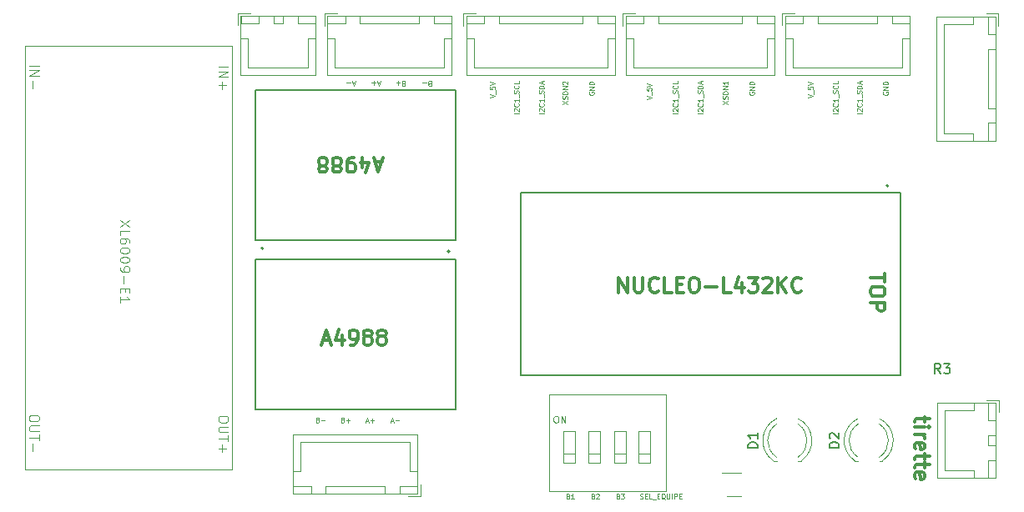
<source format=gbr>
%TF.GenerationSoftware,KiCad,Pcbnew,8.0.0*%
%TF.CreationDate,2024-03-29T22:46:43+01:00*%
%TF.ProjectId,carte_generale,63617274-655f-4676-956e-6572616c652e,Cyril_ Eliott*%
%TF.SameCoordinates,Original*%
%TF.FileFunction,Legend,Top*%
%TF.FilePolarity,Positive*%
%FSLAX46Y46*%
G04 Gerber Fmt 4.6, Leading zero omitted, Abs format (unit mm)*
G04 Created by KiCad (PCBNEW 8.0.0) date 2024-03-29 22:46:43*
%MOMM*%
%LPD*%
G01*
G04 APERTURE LIST*
%ADD10C,0.125000*%
%ADD11C,0.300000*%
%ADD12C,0.100000*%
%ADD13C,0.150000*%
%ADD14C,0.120000*%
%ADD15C,0.127000*%
%ADD16C,0.200000*%
G04 APERTURE END LIST*
D10*
X204688119Y-69386811D02*
X204664309Y-69434430D01*
X204664309Y-69434430D02*
X204664309Y-69505859D01*
X204664309Y-69505859D02*
X204688119Y-69577287D01*
X204688119Y-69577287D02*
X204735738Y-69624906D01*
X204735738Y-69624906D02*
X204783357Y-69648716D01*
X204783357Y-69648716D02*
X204878595Y-69672525D01*
X204878595Y-69672525D02*
X204950023Y-69672525D01*
X204950023Y-69672525D02*
X205045261Y-69648716D01*
X205045261Y-69648716D02*
X205092880Y-69624906D01*
X205092880Y-69624906D02*
X205140500Y-69577287D01*
X205140500Y-69577287D02*
X205164309Y-69505859D01*
X205164309Y-69505859D02*
X205164309Y-69458240D01*
X205164309Y-69458240D02*
X205140500Y-69386811D01*
X205140500Y-69386811D02*
X205116690Y-69363002D01*
X205116690Y-69363002D02*
X204950023Y-69363002D01*
X204950023Y-69363002D02*
X204950023Y-69458240D01*
X205164309Y-69148716D02*
X204664309Y-69148716D01*
X204664309Y-69148716D02*
X205164309Y-68863002D01*
X205164309Y-68863002D02*
X204664309Y-68863002D01*
X205164309Y-68624906D02*
X204664309Y-68624906D01*
X204664309Y-68624906D02*
X204664309Y-68505858D01*
X204664309Y-68505858D02*
X204688119Y-68434430D01*
X204688119Y-68434430D02*
X204735738Y-68386811D01*
X204735738Y-68386811D02*
X204783357Y-68363001D01*
X204783357Y-68363001D02*
X204878595Y-68339192D01*
X204878595Y-68339192D02*
X204950023Y-68339192D01*
X204950023Y-68339192D02*
X205045261Y-68363001D01*
X205045261Y-68363001D02*
X205092880Y-68386811D01*
X205092880Y-68386811D02*
X205140500Y-68434430D01*
X205140500Y-68434430D02*
X205164309Y-68505858D01*
X205164309Y-68505858D02*
X205164309Y-68624906D01*
X201997309Y-70585335D02*
X202497309Y-70252002D01*
X201997309Y-70252002D02*
X202497309Y-70585335D01*
X202473500Y-70085335D02*
X202497309Y-70013907D01*
X202497309Y-70013907D02*
X202497309Y-69894859D01*
X202497309Y-69894859D02*
X202473500Y-69847240D01*
X202473500Y-69847240D02*
X202449690Y-69823431D01*
X202449690Y-69823431D02*
X202402071Y-69799621D01*
X202402071Y-69799621D02*
X202354452Y-69799621D01*
X202354452Y-69799621D02*
X202306833Y-69823431D01*
X202306833Y-69823431D02*
X202283023Y-69847240D01*
X202283023Y-69847240D02*
X202259214Y-69894859D01*
X202259214Y-69894859D02*
X202235404Y-69990097D01*
X202235404Y-69990097D02*
X202211595Y-70037716D01*
X202211595Y-70037716D02*
X202187785Y-70061526D01*
X202187785Y-70061526D02*
X202140166Y-70085335D01*
X202140166Y-70085335D02*
X202092547Y-70085335D01*
X202092547Y-70085335D02*
X202044928Y-70061526D01*
X202044928Y-70061526D02*
X202021119Y-70037716D01*
X202021119Y-70037716D02*
X201997309Y-69990097D01*
X201997309Y-69990097D02*
X201997309Y-69871050D01*
X201997309Y-69871050D02*
X202021119Y-69799621D01*
X202497309Y-69585336D02*
X201997309Y-69585336D01*
X201997309Y-69585336D02*
X201997309Y-69466288D01*
X201997309Y-69466288D02*
X202021119Y-69394860D01*
X202021119Y-69394860D02*
X202068738Y-69347241D01*
X202068738Y-69347241D02*
X202116357Y-69323431D01*
X202116357Y-69323431D02*
X202211595Y-69299622D01*
X202211595Y-69299622D02*
X202283023Y-69299622D01*
X202283023Y-69299622D02*
X202378261Y-69323431D01*
X202378261Y-69323431D02*
X202425880Y-69347241D01*
X202425880Y-69347241D02*
X202473500Y-69394860D01*
X202473500Y-69394860D02*
X202497309Y-69466288D01*
X202497309Y-69466288D02*
X202497309Y-69585336D01*
X202497309Y-69085336D02*
X201997309Y-69085336D01*
X201997309Y-69085336D02*
X202497309Y-68799622D01*
X202497309Y-68799622D02*
X201997309Y-68799622D01*
X202044928Y-68585335D02*
X202021119Y-68561526D01*
X202021119Y-68561526D02*
X201997309Y-68513907D01*
X201997309Y-68513907D02*
X201997309Y-68394859D01*
X201997309Y-68394859D02*
X202021119Y-68347240D01*
X202021119Y-68347240D02*
X202044928Y-68323431D01*
X202044928Y-68323431D02*
X202092547Y-68299621D01*
X202092547Y-68299621D02*
X202140166Y-68299621D01*
X202140166Y-68299621D02*
X202211595Y-68323431D01*
X202211595Y-68323431D02*
X202497309Y-68609145D01*
X202497309Y-68609145D02*
X202497309Y-68299621D01*
X209854474Y-110652500D02*
X209925902Y-110676309D01*
X209925902Y-110676309D02*
X210044950Y-110676309D01*
X210044950Y-110676309D02*
X210092569Y-110652500D01*
X210092569Y-110652500D02*
X210116378Y-110628690D01*
X210116378Y-110628690D02*
X210140188Y-110581071D01*
X210140188Y-110581071D02*
X210140188Y-110533452D01*
X210140188Y-110533452D02*
X210116378Y-110485833D01*
X210116378Y-110485833D02*
X210092569Y-110462023D01*
X210092569Y-110462023D02*
X210044950Y-110438214D01*
X210044950Y-110438214D02*
X209949712Y-110414404D01*
X209949712Y-110414404D02*
X209902093Y-110390595D01*
X209902093Y-110390595D02*
X209878283Y-110366785D01*
X209878283Y-110366785D02*
X209854474Y-110319166D01*
X209854474Y-110319166D02*
X209854474Y-110271547D01*
X209854474Y-110271547D02*
X209878283Y-110223928D01*
X209878283Y-110223928D02*
X209902093Y-110200119D01*
X209902093Y-110200119D02*
X209949712Y-110176309D01*
X209949712Y-110176309D02*
X210068759Y-110176309D01*
X210068759Y-110176309D02*
X210140188Y-110200119D01*
X210354473Y-110414404D02*
X210521140Y-110414404D01*
X210592568Y-110676309D02*
X210354473Y-110676309D01*
X210354473Y-110676309D02*
X210354473Y-110176309D01*
X210354473Y-110176309D02*
X210592568Y-110176309D01*
X211044949Y-110676309D02*
X210806854Y-110676309D01*
X210806854Y-110676309D02*
X210806854Y-110176309D01*
X211092569Y-110723928D02*
X211473521Y-110723928D01*
X211592568Y-110414404D02*
X211759235Y-110414404D01*
X211830663Y-110676309D02*
X211592568Y-110676309D01*
X211592568Y-110676309D02*
X211592568Y-110176309D01*
X211592568Y-110176309D02*
X211830663Y-110176309D01*
X212378282Y-110723928D02*
X212330663Y-110700119D01*
X212330663Y-110700119D02*
X212283044Y-110652500D01*
X212283044Y-110652500D02*
X212211616Y-110581071D01*
X212211616Y-110581071D02*
X212163997Y-110557261D01*
X212163997Y-110557261D02*
X212116378Y-110557261D01*
X212140187Y-110676309D02*
X212092568Y-110652500D01*
X212092568Y-110652500D02*
X212044949Y-110604880D01*
X212044949Y-110604880D02*
X212021140Y-110509642D01*
X212021140Y-110509642D02*
X212021140Y-110342976D01*
X212021140Y-110342976D02*
X212044949Y-110247738D01*
X212044949Y-110247738D02*
X212092568Y-110200119D01*
X212092568Y-110200119D02*
X212140187Y-110176309D01*
X212140187Y-110176309D02*
X212235425Y-110176309D01*
X212235425Y-110176309D02*
X212283044Y-110200119D01*
X212283044Y-110200119D02*
X212330663Y-110247738D01*
X212330663Y-110247738D02*
X212354473Y-110342976D01*
X212354473Y-110342976D02*
X212354473Y-110509642D01*
X212354473Y-110509642D02*
X212330663Y-110604880D01*
X212330663Y-110604880D02*
X212283044Y-110652500D01*
X212283044Y-110652500D02*
X212235425Y-110676309D01*
X212235425Y-110676309D02*
X212140187Y-110676309D01*
X212568759Y-110176309D02*
X212568759Y-110581071D01*
X212568759Y-110581071D02*
X212592569Y-110628690D01*
X212592569Y-110628690D02*
X212616378Y-110652500D01*
X212616378Y-110652500D02*
X212663997Y-110676309D01*
X212663997Y-110676309D02*
X212759235Y-110676309D01*
X212759235Y-110676309D02*
X212806854Y-110652500D01*
X212806854Y-110652500D02*
X212830664Y-110628690D01*
X212830664Y-110628690D02*
X212854473Y-110581071D01*
X212854473Y-110581071D02*
X212854473Y-110176309D01*
X213092569Y-110676309D02*
X213092569Y-110176309D01*
X213330664Y-110676309D02*
X213330664Y-110176309D01*
X213330664Y-110176309D02*
X213521140Y-110176309D01*
X213521140Y-110176309D02*
X213568759Y-110200119D01*
X213568759Y-110200119D02*
X213592569Y-110223928D01*
X213592569Y-110223928D02*
X213616378Y-110271547D01*
X213616378Y-110271547D02*
X213616378Y-110342976D01*
X213616378Y-110342976D02*
X213592569Y-110390595D01*
X213592569Y-110390595D02*
X213568759Y-110414404D01*
X213568759Y-110414404D02*
X213521140Y-110438214D01*
X213521140Y-110438214D02*
X213330664Y-110438214D01*
X213830664Y-110414404D02*
X213997331Y-110414404D01*
X214068759Y-110676309D02*
X213830664Y-110676309D01*
X213830664Y-110676309D02*
X213830664Y-110176309D01*
X213830664Y-110176309D02*
X214068759Y-110176309D01*
D11*
X183666917Y-76446742D02*
X182952632Y-76446742D01*
X183809774Y-76018171D02*
X183309774Y-77518171D01*
X183309774Y-77518171D02*
X182809774Y-76018171D01*
X181666918Y-77018171D02*
X181666918Y-76018171D01*
X182024060Y-77589600D02*
X182381203Y-76518171D01*
X182381203Y-76518171D02*
X181452632Y-76518171D01*
X180809775Y-76018171D02*
X180524061Y-76018171D01*
X180524061Y-76018171D02*
X180381204Y-76089600D01*
X180381204Y-76089600D02*
X180309775Y-76161028D01*
X180309775Y-76161028D02*
X180166918Y-76375314D01*
X180166918Y-76375314D02*
X180095489Y-76661028D01*
X180095489Y-76661028D02*
X180095489Y-77232457D01*
X180095489Y-77232457D02*
X180166918Y-77375314D01*
X180166918Y-77375314D02*
X180238347Y-77446742D01*
X180238347Y-77446742D02*
X180381204Y-77518171D01*
X180381204Y-77518171D02*
X180666918Y-77518171D01*
X180666918Y-77518171D02*
X180809775Y-77446742D01*
X180809775Y-77446742D02*
X180881204Y-77375314D01*
X180881204Y-77375314D02*
X180952632Y-77232457D01*
X180952632Y-77232457D02*
X180952632Y-76875314D01*
X180952632Y-76875314D02*
X180881204Y-76732457D01*
X180881204Y-76732457D02*
X180809775Y-76661028D01*
X180809775Y-76661028D02*
X180666918Y-76589600D01*
X180666918Y-76589600D02*
X180381204Y-76589600D01*
X180381204Y-76589600D02*
X180238347Y-76661028D01*
X180238347Y-76661028D02*
X180166918Y-76732457D01*
X180166918Y-76732457D02*
X180095489Y-76875314D01*
X179238347Y-76875314D02*
X179381204Y-76946742D01*
X179381204Y-76946742D02*
X179452633Y-77018171D01*
X179452633Y-77018171D02*
X179524061Y-77161028D01*
X179524061Y-77161028D02*
X179524061Y-77232457D01*
X179524061Y-77232457D02*
X179452633Y-77375314D01*
X179452633Y-77375314D02*
X179381204Y-77446742D01*
X179381204Y-77446742D02*
X179238347Y-77518171D01*
X179238347Y-77518171D02*
X178952633Y-77518171D01*
X178952633Y-77518171D02*
X178809776Y-77446742D01*
X178809776Y-77446742D02*
X178738347Y-77375314D01*
X178738347Y-77375314D02*
X178666918Y-77232457D01*
X178666918Y-77232457D02*
X178666918Y-77161028D01*
X178666918Y-77161028D02*
X178738347Y-77018171D01*
X178738347Y-77018171D02*
X178809776Y-76946742D01*
X178809776Y-76946742D02*
X178952633Y-76875314D01*
X178952633Y-76875314D02*
X179238347Y-76875314D01*
X179238347Y-76875314D02*
X179381204Y-76803885D01*
X179381204Y-76803885D02*
X179452633Y-76732457D01*
X179452633Y-76732457D02*
X179524061Y-76589600D01*
X179524061Y-76589600D02*
X179524061Y-76303885D01*
X179524061Y-76303885D02*
X179452633Y-76161028D01*
X179452633Y-76161028D02*
X179381204Y-76089600D01*
X179381204Y-76089600D02*
X179238347Y-76018171D01*
X179238347Y-76018171D02*
X178952633Y-76018171D01*
X178952633Y-76018171D02*
X178809776Y-76089600D01*
X178809776Y-76089600D02*
X178738347Y-76161028D01*
X178738347Y-76161028D02*
X178666918Y-76303885D01*
X178666918Y-76303885D02*
X178666918Y-76589600D01*
X178666918Y-76589600D02*
X178738347Y-76732457D01*
X178738347Y-76732457D02*
X178809776Y-76803885D01*
X178809776Y-76803885D02*
X178952633Y-76875314D01*
X177809776Y-76875314D02*
X177952633Y-76946742D01*
X177952633Y-76946742D02*
X178024062Y-77018171D01*
X178024062Y-77018171D02*
X178095490Y-77161028D01*
X178095490Y-77161028D02*
X178095490Y-77232457D01*
X178095490Y-77232457D02*
X178024062Y-77375314D01*
X178024062Y-77375314D02*
X177952633Y-77446742D01*
X177952633Y-77446742D02*
X177809776Y-77518171D01*
X177809776Y-77518171D02*
X177524062Y-77518171D01*
X177524062Y-77518171D02*
X177381205Y-77446742D01*
X177381205Y-77446742D02*
X177309776Y-77375314D01*
X177309776Y-77375314D02*
X177238347Y-77232457D01*
X177238347Y-77232457D02*
X177238347Y-77161028D01*
X177238347Y-77161028D02*
X177309776Y-77018171D01*
X177309776Y-77018171D02*
X177381205Y-76946742D01*
X177381205Y-76946742D02*
X177524062Y-76875314D01*
X177524062Y-76875314D02*
X177809776Y-76875314D01*
X177809776Y-76875314D02*
X177952633Y-76803885D01*
X177952633Y-76803885D02*
X178024062Y-76732457D01*
X178024062Y-76732457D02*
X178095490Y-76589600D01*
X178095490Y-76589600D02*
X178095490Y-76303885D01*
X178095490Y-76303885D02*
X178024062Y-76161028D01*
X178024062Y-76161028D02*
X177952633Y-76089600D01*
X177952633Y-76089600D02*
X177809776Y-76018171D01*
X177809776Y-76018171D02*
X177524062Y-76018171D01*
X177524062Y-76018171D02*
X177381205Y-76089600D01*
X177381205Y-76089600D02*
X177309776Y-76161028D01*
X177309776Y-76161028D02*
X177238347Y-76303885D01*
X177238347Y-76303885D02*
X177238347Y-76589600D01*
X177238347Y-76589600D02*
X177309776Y-76732457D01*
X177309776Y-76732457D02*
X177381205Y-76803885D01*
X177381205Y-76803885D02*
X177524062Y-76875314D01*
D10*
X205091950Y-110414404D02*
X205163378Y-110438214D01*
X205163378Y-110438214D02*
X205187188Y-110462023D01*
X205187188Y-110462023D02*
X205210997Y-110509642D01*
X205210997Y-110509642D02*
X205210997Y-110581071D01*
X205210997Y-110581071D02*
X205187188Y-110628690D01*
X205187188Y-110628690D02*
X205163378Y-110652500D01*
X205163378Y-110652500D02*
X205115759Y-110676309D01*
X205115759Y-110676309D02*
X204925283Y-110676309D01*
X204925283Y-110676309D02*
X204925283Y-110176309D01*
X204925283Y-110176309D02*
X205091950Y-110176309D01*
X205091950Y-110176309D02*
X205139569Y-110200119D01*
X205139569Y-110200119D02*
X205163378Y-110223928D01*
X205163378Y-110223928D02*
X205187188Y-110271547D01*
X205187188Y-110271547D02*
X205187188Y-110319166D01*
X205187188Y-110319166D02*
X205163378Y-110366785D01*
X205163378Y-110366785D02*
X205139569Y-110390595D01*
X205139569Y-110390595D02*
X205091950Y-110414404D01*
X205091950Y-110414404D02*
X204925283Y-110414404D01*
X205401474Y-110223928D02*
X205425283Y-110200119D01*
X205425283Y-110200119D02*
X205472902Y-110176309D01*
X205472902Y-110176309D02*
X205591950Y-110176309D01*
X205591950Y-110176309D02*
X205639569Y-110200119D01*
X205639569Y-110200119D02*
X205663378Y-110223928D01*
X205663378Y-110223928D02*
X205687188Y-110271547D01*
X205687188Y-110271547D02*
X205687188Y-110319166D01*
X205687188Y-110319166D02*
X205663378Y-110390595D01*
X205663378Y-110390595D02*
X205377664Y-110676309D01*
X205377664Y-110676309D02*
X205687188Y-110676309D01*
X185814049Y-68528595D02*
X185742621Y-68504785D01*
X185742621Y-68504785D02*
X185718811Y-68480976D01*
X185718811Y-68480976D02*
X185695002Y-68433357D01*
X185695002Y-68433357D02*
X185695002Y-68361928D01*
X185695002Y-68361928D02*
X185718811Y-68314309D01*
X185718811Y-68314309D02*
X185742621Y-68290500D01*
X185742621Y-68290500D02*
X185790240Y-68266690D01*
X185790240Y-68266690D02*
X185980716Y-68266690D01*
X185980716Y-68266690D02*
X185980716Y-68766690D01*
X185980716Y-68766690D02*
X185814049Y-68766690D01*
X185814049Y-68766690D02*
X185766430Y-68742880D01*
X185766430Y-68742880D02*
X185742621Y-68719071D01*
X185742621Y-68719071D02*
X185718811Y-68671452D01*
X185718811Y-68671452D02*
X185718811Y-68623833D01*
X185718811Y-68623833D02*
X185742621Y-68576214D01*
X185742621Y-68576214D02*
X185766430Y-68552404D01*
X185766430Y-68552404D02*
X185814049Y-68528595D01*
X185814049Y-68528595D02*
X185980716Y-68528595D01*
X185480716Y-68457166D02*
X185099764Y-68457166D01*
X185290240Y-68266690D02*
X185290240Y-68647642D01*
D11*
X234699171Y-87840225D02*
X234699171Y-88697368D01*
X233199171Y-88268796D02*
X234699171Y-88268796D01*
X234699171Y-89483082D02*
X234699171Y-89768796D01*
X234699171Y-89768796D02*
X234627742Y-89911653D01*
X234627742Y-89911653D02*
X234484885Y-90054510D01*
X234484885Y-90054510D02*
X234199171Y-90125939D01*
X234199171Y-90125939D02*
X233699171Y-90125939D01*
X233699171Y-90125939D02*
X233413457Y-90054510D01*
X233413457Y-90054510D02*
X233270600Y-89911653D01*
X233270600Y-89911653D02*
X233199171Y-89768796D01*
X233199171Y-89768796D02*
X233199171Y-89483082D01*
X233199171Y-89483082D02*
X233270600Y-89340225D01*
X233270600Y-89340225D02*
X233413457Y-89197367D01*
X233413457Y-89197367D02*
X233699171Y-89125939D01*
X233699171Y-89125939D02*
X234199171Y-89125939D01*
X234199171Y-89125939D02*
X234484885Y-89197367D01*
X234484885Y-89197367D02*
X234627742Y-89340225D01*
X234627742Y-89340225D02*
X234699171Y-89483082D01*
X233199171Y-90768796D02*
X234699171Y-90768796D01*
X234699171Y-90768796D02*
X234699171Y-91340225D01*
X234699171Y-91340225D02*
X234627742Y-91483082D01*
X234627742Y-91483082D02*
X234556314Y-91554511D01*
X234556314Y-91554511D02*
X234413457Y-91625939D01*
X234413457Y-91625939D02*
X234199171Y-91625939D01*
X234199171Y-91625939D02*
X234056314Y-91554511D01*
X234056314Y-91554511D02*
X233984885Y-91483082D01*
X233984885Y-91483082D02*
X233913457Y-91340225D01*
X233913457Y-91340225D02*
X233913457Y-90768796D01*
D10*
X200084309Y-71553716D02*
X199584309Y-71553716D01*
X199631928Y-71339430D02*
X199608119Y-71315621D01*
X199608119Y-71315621D02*
X199584309Y-71268002D01*
X199584309Y-71268002D02*
X199584309Y-71148954D01*
X199584309Y-71148954D02*
X199608119Y-71101335D01*
X199608119Y-71101335D02*
X199631928Y-71077526D01*
X199631928Y-71077526D02*
X199679547Y-71053716D01*
X199679547Y-71053716D02*
X199727166Y-71053716D01*
X199727166Y-71053716D02*
X199798595Y-71077526D01*
X199798595Y-71077526D02*
X200084309Y-71363240D01*
X200084309Y-71363240D02*
X200084309Y-71053716D01*
X200036690Y-70553717D02*
X200060500Y-70577526D01*
X200060500Y-70577526D02*
X200084309Y-70648955D01*
X200084309Y-70648955D02*
X200084309Y-70696574D01*
X200084309Y-70696574D02*
X200060500Y-70768002D01*
X200060500Y-70768002D02*
X200012880Y-70815621D01*
X200012880Y-70815621D02*
X199965261Y-70839431D01*
X199965261Y-70839431D02*
X199870023Y-70863240D01*
X199870023Y-70863240D02*
X199798595Y-70863240D01*
X199798595Y-70863240D02*
X199703357Y-70839431D01*
X199703357Y-70839431D02*
X199655738Y-70815621D01*
X199655738Y-70815621D02*
X199608119Y-70768002D01*
X199608119Y-70768002D02*
X199584309Y-70696574D01*
X199584309Y-70696574D02*
X199584309Y-70648955D01*
X199584309Y-70648955D02*
X199608119Y-70577526D01*
X199608119Y-70577526D02*
X199631928Y-70553717D01*
X200084309Y-70077526D02*
X200084309Y-70363240D01*
X200084309Y-70220383D02*
X199584309Y-70220383D01*
X199584309Y-70220383D02*
X199655738Y-70268002D01*
X199655738Y-70268002D02*
X199703357Y-70315621D01*
X199703357Y-70315621D02*
X199727166Y-70363240D01*
X200131928Y-69982289D02*
X200131928Y-69601336D01*
X200060500Y-69506098D02*
X200084309Y-69434670D01*
X200084309Y-69434670D02*
X200084309Y-69315622D01*
X200084309Y-69315622D02*
X200060500Y-69268003D01*
X200060500Y-69268003D02*
X200036690Y-69244194D01*
X200036690Y-69244194D02*
X199989071Y-69220384D01*
X199989071Y-69220384D02*
X199941452Y-69220384D01*
X199941452Y-69220384D02*
X199893833Y-69244194D01*
X199893833Y-69244194D02*
X199870023Y-69268003D01*
X199870023Y-69268003D02*
X199846214Y-69315622D01*
X199846214Y-69315622D02*
X199822404Y-69410860D01*
X199822404Y-69410860D02*
X199798595Y-69458479D01*
X199798595Y-69458479D02*
X199774785Y-69482289D01*
X199774785Y-69482289D02*
X199727166Y-69506098D01*
X199727166Y-69506098D02*
X199679547Y-69506098D01*
X199679547Y-69506098D02*
X199631928Y-69482289D01*
X199631928Y-69482289D02*
X199608119Y-69458479D01*
X199608119Y-69458479D02*
X199584309Y-69410860D01*
X199584309Y-69410860D02*
X199584309Y-69291813D01*
X199584309Y-69291813D02*
X199608119Y-69220384D01*
X200084309Y-69006099D02*
X199584309Y-69006099D01*
X199584309Y-69006099D02*
X199584309Y-68887051D01*
X199584309Y-68887051D02*
X199608119Y-68815623D01*
X199608119Y-68815623D02*
X199655738Y-68768004D01*
X199655738Y-68768004D02*
X199703357Y-68744194D01*
X199703357Y-68744194D02*
X199798595Y-68720385D01*
X199798595Y-68720385D02*
X199870023Y-68720385D01*
X199870023Y-68720385D02*
X199965261Y-68744194D01*
X199965261Y-68744194D02*
X200012880Y-68768004D01*
X200012880Y-68768004D02*
X200060500Y-68815623D01*
X200060500Y-68815623D02*
X200084309Y-68887051D01*
X200084309Y-68887051D02*
X200084309Y-69006099D01*
X199941452Y-68529908D02*
X199941452Y-68291813D01*
X200084309Y-68577527D02*
X199584309Y-68410861D01*
X199584309Y-68410861D02*
X200084309Y-68244194D01*
X216213309Y-71553716D02*
X215713309Y-71553716D01*
X215760928Y-71339430D02*
X215737119Y-71315621D01*
X215737119Y-71315621D02*
X215713309Y-71268002D01*
X215713309Y-71268002D02*
X215713309Y-71148954D01*
X215713309Y-71148954D02*
X215737119Y-71101335D01*
X215737119Y-71101335D02*
X215760928Y-71077526D01*
X215760928Y-71077526D02*
X215808547Y-71053716D01*
X215808547Y-71053716D02*
X215856166Y-71053716D01*
X215856166Y-71053716D02*
X215927595Y-71077526D01*
X215927595Y-71077526D02*
X216213309Y-71363240D01*
X216213309Y-71363240D02*
X216213309Y-71053716D01*
X216165690Y-70553717D02*
X216189500Y-70577526D01*
X216189500Y-70577526D02*
X216213309Y-70648955D01*
X216213309Y-70648955D02*
X216213309Y-70696574D01*
X216213309Y-70696574D02*
X216189500Y-70768002D01*
X216189500Y-70768002D02*
X216141880Y-70815621D01*
X216141880Y-70815621D02*
X216094261Y-70839431D01*
X216094261Y-70839431D02*
X215999023Y-70863240D01*
X215999023Y-70863240D02*
X215927595Y-70863240D01*
X215927595Y-70863240D02*
X215832357Y-70839431D01*
X215832357Y-70839431D02*
X215784738Y-70815621D01*
X215784738Y-70815621D02*
X215737119Y-70768002D01*
X215737119Y-70768002D02*
X215713309Y-70696574D01*
X215713309Y-70696574D02*
X215713309Y-70648955D01*
X215713309Y-70648955D02*
X215737119Y-70577526D01*
X215737119Y-70577526D02*
X215760928Y-70553717D01*
X216213309Y-70077526D02*
X216213309Y-70363240D01*
X216213309Y-70220383D02*
X215713309Y-70220383D01*
X215713309Y-70220383D02*
X215784738Y-70268002D01*
X215784738Y-70268002D02*
X215832357Y-70315621D01*
X215832357Y-70315621D02*
X215856166Y-70363240D01*
X216260928Y-69982289D02*
X216260928Y-69601336D01*
X216189500Y-69506098D02*
X216213309Y-69434670D01*
X216213309Y-69434670D02*
X216213309Y-69315622D01*
X216213309Y-69315622D02*
X216189500Y-69268003D01*
X216189500Y-69268003D02*
X216165690Y-69244194D01*
X216165690Y-69244194D02*
X216118071Y-69220384D01*
X216118071Y-69220384D02*
X216070452Y-69220384D01*
X216070452Y-69220384D02*
X216022833Y-69244194D01*
X216022833Y-69244194D02*
X215999023Y-69268003D01*
X215999023Y-69268003D02*
X215975214Y-69315622D01*
X215975214Y-69315622D02*
X215951404Y-69410860D01*
X215951404Y-69410860D02*
X215927595Y-69458479D01*
X215927595Y-69458479D02*
X215903785Y-69482289D01*
X215903785Y-69482289D02*
X215856166Y-69506098D01*
X215856166Y-69506098D02*
X215808547Y-69506098D01*
X215808547Y-69506098D02*
X215760928Y-69482289D01*
X215760928Y-69482289D02*
X215737119Y-69458479D01*
X215737119Y-69458479D02*
X215713309Y-69410860D01*
X215713309Y-69410860D02*
X215713309Y-69291813D01*
X215713309Y-69291813D02*
X215737119Y-69220384D01*
X216213309Y-69006099D02*
X215713309Y-69006099D01*
X215713309Y-69006099D02*
X215713309Y-68887051D01*
X215713309Y-68887051D02*
X215737119Y-68815623D01*
X215737119Y-68815623D02*
X215784738Y-68768004D01*
X215784738Y-68768004D02*
X215832357Y-68744194D01*
X215832357Y-68744194D02*
X215927595Y-68720385D01*
X215927595Y-68720385D02*
X215999023Y-68720385D01*
X215999023Y-68720385D02*
X216094261Y-68744194D01*
X216094261Y-68744194D02*
X216141880Y-68768004D01*
X216141880Y-68768004D02*
X216189500Y-68815623D01*
X216189500Y-68815623D02*
X216213309Y-68887051D01*
X216213309Y-68887051D02*
X216213309Y-69006099D01*
X216070452Y-68529908D02*
X216070452Y-68291813D01*
X216213309Y-68577527D02*
X215713309Y-68410861D01*
X215713309Y-68410861D02*
X216213309Y-68244194D01*
X194631309Y-69974144D02*
X195131309Y-69807478D01*
X195131309Y-69807478D02*
X194631309Y-69640811D01*
X195178928Y-69593193D02*
X195178928Y-69212240D01*
X194631309Y-68855098D02*
X194631309Y-69093193D01*
X194631309Y-69093193D02*
X194869404Y-69117002D01*
X194869404Y-69117002D02*
X194845595Y-69093193D01*
X194845595Y-69093193D02*
X194821785Y-69045574D01*
X194821785Y-69045574D02*
X194821785Y-68926526D01*
X194821785Y-68926526D02*
X194845595Y-68878907D01*
X194845595Y-68878907D02*
X194869404Y-68855098D01*
X194869404Y-68855098D02*
X194917023Y-68831288D01*
X194917023Y-68831288D02*
X195036071Y-68831288D01*
X195036071Y-68831288D02*
X195083690Y-68855098D01*
X195083690Y-68855098D02*
X195107500Y-68878907D01*
X195107500Y-68878907D02*
X195131309Y-68926526D01*
X195131309Y-68926526D02*
X195131309Y-69045574D01*
X195131309Y-69045574D02*
X195107500Y-69093193D01*
X195107500Y-69093193D02*
X195083690Y-69117002D01*
X194631309Y-68688431D02*
X195131309Y-68521765D01*
X195131309Y-68521765D02*
X194631309Y-68355098D01*
X213673309Y-71553716D02*
X213173309Y-71553716D01*
X213220928Y-71339430D02*
X213197119Y-71315621D01*
X213197119Y-71315621D02*
X213173309Y-71268002D01*
X213173309Y-71268002D02*
X213173309Y-71148954D01*
X213173309Y-71148954D02*
X213197119Y-71101335D01*
X213197119Y-71101335D02*
X213220928Y-71077526D01*
X213220928Y-71077526D02*
X213268547Y-71053716D01*
X213268547Y-71053716D02*
X213316166Y-71053716D01*
X213316166Y-71053716D02*
X213387595Y-71077526D01*
X213387595Y-71077526D02*
X213673309Y-71363240D01*
X213673309Y-71363240D02*
X213673309Y-71053716D01*
X213625690Y-70553717D02*
X213649500Y-70577526D01*
X213649500Y-70577526D02*
X213673309Y-70648955D01*
X213673309Y-70648955D02*
X213673309Y-70696574D01*
X213673309Y-70696574D02*
X213649500Y-70768002D01*
X213649500Y-70768002D02*
X213601880Y-70815621D01*
X213601880Y-70815621D02*
X213554261Y-70839431D01*
X213554261Y-70839431D02*
X213459023Y-70863240D01*
X213459023Y-70863240D02*
X213387595Y-70863240D01*
X213387595Y-70863240D02*
X213292357Y-70839431D01*
X213292357Y-70839431D02*
X213244738Y-70815621D01*
X213244738Y-70815621D02*
X213197119Y-70768002D01*
X213197119Y-70768002D02*
X213173309Y-70696574D01*
X213173309Y-70696574D02*
X213173309Y-70648955D01*
X213173309Y-70648955D02*
X213197119Y-70577526D01*
X213197119Y-70577526D02*
X213220928Y-70553717D01*
X213673309Y-70077526D02*
X213673309Y-70363240D01*
X213673309Y-70220383D02*
X213173309Y-70220383D01*
X213173309Y-70220383D02*
X213244738Y-70268002D01*
X213244738Y-70268002D02*
X213292357Y-70315621D01*
X213292357Y-70315621D02*
X213316166Y-70363240D01*
X213720928Y-69982289D02*
X213720928Y-69601336D01*
X213649500Y-69506098D02*
X213673309Y-69434670D01*
X213673309Y-69434670D02*
X213673309Y-69315622D01*
X213673309Y-69315622D02*
X213649500Y-69268003D01*
X213649500Y-69268003D02*
X213625690Y-69244194D01*
X213625690Y-69244194D02*
X213578071Y-69220384D01*
X213578071Y-69220384D02*
X213530452Y-69220384D01*
X213530452Y-69220384D02*
X213482833Y-69244194D01*
X213482833Y-69244194D02*
X213459023Y-69268003D01*
X213459023Y-69268003D02*
X213435214Y-69315622D01*
X213435214Y-69315622D02*
X213411404Y-69410860D01*
X213411404Y-69410860D02*
X213387595Y-69458479D01*
X213387595Y-69458479D02*
X213363785Y-69482289D01*
X213363785Y-69482289D02*
X213316166Y-69506098D01*
X213316166Y-69506098D02*
X213268547Y-69506098D01*
X213268547Y-69506098D02*
X213220928Y-69482289D01*
X213220928Y-69482289D02*
X213197119Y-69458479D01*
X213197119Y-69458479D02*
X213173309Y-69410860D01*
X213173309Y-69410860D02*
X213173309Y-69291813D01*
X213173309Y-69291813D02*
X213197119Y-69220384D01*
X213625690Y-68720385D02*
X213649500Y-68744194D01*
X213649500Y-68744194D02*
X213673309Y-68815623D01*
X213673309Y-68815623D02*
X213673309Y-68863242D01*
X213673309Y-68863242D02*
X213649500Y-68934670D01*
X213649500Y-68934670D02*
X213601880Y-68982289D01*
X213601880Y-68982289D02*
X213554261Y-69006099D01*
X213554261Y-69006099D02*
X213459023Y-69029908D01*
X213459023Y-69029908D02*
X213387595Y-69029908D01*
X213387595Y-69029908D02*
X213292357Y-69006099D01*
X213292357Y-69006099D02*
X213244738Y-68982289D01*
X213244738Y-68982289D02*
X213197119Y-68934670D01*
X213197119Y-68934670D02*
X213173309Y-68863242D01*
X213173309Y-68863242D02*
X213173309Y-68815623D01*
X213173309Y-68815623D02*
X213197119Y-68744194D01*
X213197119Y-68744194D02*
X213220928Y-68720385D01*
X213673309Y-68268004D02*
X213673309Y-68506099D01*
X213673309Y-68506099D02*
X213173309Y-68506099D01*
X197544309Y-71553716D02*
X197044309Y-71553716D01*
X197091928Y-71339430D02*
X197068119Y-71315621D01*
X197068119Y-71315621D02*
X197044309Y-71268002D01*
X197044309Y-71268002D02*
X197044309Y-71148954D01*
X197044309Y-71148954D02*
X197068119Y-71101335D01*
X197068119Y-71101335D02*
X197091928Y-71077526D01*
X197091928Y-71077526D02*
X197139547Y-71053716D01*
X197139547Y-71053716D02*
X197187166Y-71053716D01*
X197187166Y-71053716D02*
X197258595Y-71077526D01*
X197258595Y-71077526D02*
X197544309Y-71363240D01*
X197544309Y-71363240D02*
X197544309Y-71053716D01*
X197496690Y-70553717D02*
X197520500Y-70577526D01*
X197520500Y-70577526D02*
X197544309Y-70648955D01*
X197544309Y-70648955D02*
X197544309Y-70696574D01*
X197544309Y-70696574D02*
X197520500Y-70768002D01*
X197520500Y-70768002D02*
X197472880Y-70815621D01*
X197472880Y-70815621D02*
X197425261Y-70839431D01*
X197425261Y-70839431D02*
X197330023Y-70863240D01*
X197330023Y-70863240D02*
X197258595Y-70863240D01*
X197258595Y-70863240D02*
X197163357Y-70839431D01*
X197163357Y-70839431D02*
X197115738Y-70815621D01*
X197115738Y-70815621D02*
X197068119Y-70768002D01*
X197068119Y-70768002D02*
X197044309Y-70696574D01*
X197044309Y-70696574D02*
X197044309Y-70648955D01*
X197044309Y-70648955D02*
X197068119Y-70577526D01*
X197068119Y-70577526D02*
X197091928Y-70553717D01*
X197544309Y-70077526D02*
X197544309Y-70363240D01*
X197544309Y-70220383D02*
X197044309Y-70220383D01*
X197044309Y-70220383D02*
X197115738Y-70268002D01*
X197115738Y-70268002D02*
X197163357Y-70315621D01*
X197163357Y-70315621D02*
X197187166Y-70363240D01*
X197591928Y-69982289D02*
X197591928Y-69601336D01*
X197520500Y-69506098D02*
X197544309Y-69434670D01*
X197544309Y-69434670D02*
X197544309Y-69315622D01*
X197544309Y-69315622D02*
X197520500Y-69268003D01*
X197520500Y-69268003D02*
X197496690Y-69244194D01*
X197496690Y-69244194D02*
X197449071Y-69220384D01*
X197449071Y-69220384D02*
X197401452Y-69220384D01*
X197401452Y-69220384D02*
X197353833Y-69244194D01*
X197353833Y-69244194D02*
X197330023Y-69268003D01*
X197330023Y-69268003D02*
X197306214Y-69315622D01*
X197306214Y-69315622D02*
X197282404Y-69410860D01*
X197282404Y-69410860D02*
X197258595Y-69458479D01*
X197258595Y-69458479D02*
X197234785Y-69482289D01*
X197234785Y-69482289D02*
X197187166Y-69506098D01*
X197187166Y-69506098D02*
X197139547Y-69506098D01*
X197139547Y-69506098D02*
X197091928Y-69482289D01*
X197091928Y-69482289D02*
X197068119Y-69458479D01*
X197068119Y-69458479D02*
X197044309Y-69410860D01*
X197044309Y-69410860D02*
X197044309Y-69291813D01*
X197044309Y-69291813D02*
X197068119Y-69220384D01*
X197496690Y-68720385D02*
X197520500Y-68744194D01*
X197520500Y-68744194D02*
X197544309Y-68815623D01*
X197544309Y-68815623D02*
X197544309Y-68863242D01*
X197544309Y-68863242D02*
X197520500Y-68934670D01*
X197520500Y-68934670D02*
X197472880Y-68982289D01*
X197472880Y-68982289D02*
X197425261Y-69006099D01*
X197425261Y-69006099D02*
X197330023Y-69029908D01*
X197330023Y-69029908D02*
X197258595Y-69029908D01*
X197258595Y-69029908D02*
X197163357Y-69006099D01*
X197163357Y-69006099D02*
X197115738Y-68982289D01*
X197115738Y-68982289D02*
X197068119Y-68934670D01*
X197068119Y-68934670D02*
X197044309Y-68863242D01*
X197044309Y-68863242D02*
X197044309Y-68815623D01*
X197044309Y-68815623D02*
X197068119Y-68744194D01*
X197068119Y-68744194D02*
X197091928Y-68720385D01*
X197544309Y-68268004D02*
X197544309Y-68506099D01*
X197544309Y-68506099D02*
X197044309Y-68506099D01*
X184581474Y-102786452D02*
X184819569Y-102786452D01*
X184533855Y-102929309D02*
X184700521Y-102429309D01*
X184700521Y-102429309D02*
X184867188Y-102929309D01*
X185033854Y-102738833D02*
X185414807Y-102738833D01*
X218253309Y-70585335D02*
X218753309Y-70252002D01*
X218253309Y-70252002D02*
X218753309Y-70585335D01*
X218729500Y-70085335D02*
X218753309Y-70013907D01*
X218753309Y-70013907D02*
X218753309Y-69894859D01*
X218753309Y-69894859D02*
X218729500Y-69847240D01*
X218729500Y-69847240D02*
X218705690Y-69823431D01*
X218705690Y-69823431D02*
X218658071Y-69799621D01*
X218658071Y-69799621D02*
X218610452Y-69799621D01*
X218610452Y-69799621D02*
X218562833Y-69823431D01*
X218562833Y-69823431D02*
X218539023Y-69847240D01*
X218539023Y-69847240D02*
X218515214Y-69894859D01*
X218515214Y-69894859D02*
X218491404Y-69990097D01*
X218491404Y-69990097D02*
X218467595Y-70037716D01*
X218467595Y-70037716D02*
X218443785Y-70061526D01*
X218443785Y-70061526D02*
X218396166Y-70085335D01*
X218396166Y-70085335D02*
X218348547Y-70085335D01*
X218348547Y-70085335D02*
X218300928Y-70061526D01*
X218300928Y-70061526D02*
X218277119Y-70037716D01*
X218277119Y-70037716D02*
X218253309Y-69990097D01*
X218253309Y-69990097D02*
X218253309Y-69871050D01*
X218253309Y-69871050D02*
X218277119Y-69799621D01*
X218753309Y-69585336D02*
X218253309Y-69585336D01*
X218253309Y-69585336D02*
X218253309Y-69466288D01*
X218253309Y-69466288D02*
X218277119Y-69394860D01*
X218277119Y-69394860D02*
X218324738Y-69347241D01*
X218324738Y-69347241D02*
X218372357Y-69323431D01*
X218372357Y-69323431D02*
X218467595Y-69299622D01*
X218467595Y-69299622D02*
X218539023Y-69299622D01*
X218539023Y-69299622D02*
X218634261Y-69323431D01*
X218634261Y-69323431D02*
X218681880Y-69347241D01*
X218681880Y-69347241D02*
X218729500Y-69394860D01*
X218729500Y-69394860D02*
X218753309Y-69466288D01*
X218753309Y-69466288D02*
X218753309Y-69585336D01*
X218753309Y-69085336D02*
X218253309Y-69085336D01*
X218253309Y-69085336D02*
X218753309Y-68799622D01*
X218753309Y-68799622D02*
X218253309Y-68799622D01*
X218753309Y-68299621D02*
X218753309Y-68585335D01*
X218753309Y-68442478D02*
X218253309Y-68442478D01*
X218253309Y-68442478D02*
X218324738Y-68490097D01*
X218324738Y-68490097D02*
X218372357Y-68537716D01*
X218372357Y-68537716D02*
X218396166Y-68585335D01*
X207631950Y-110414404D02*
X207703378Y-110438214D01*
X207703378Y-110438214D02*
X207727188Y-110462023D01*
X207727188Y-110462023D02*
X207750997Y-110509642D01*
X207750997Y-110509642D02*
X207750997Y-110581071D01*
X207750997Y-110581071D02*
X207727188Y-110628690D01*
X207727188Y-110628690D02*
X207703378Y-110652500D01*
X207703378Y-110652500D02*
X207655759Y-110676309D01*
X207655759Y-110676309D02*
X207465283Y-110676309D01*
X207465283Y-110676309D02*
X207465283Y-110176309D01*
X207465283Y-110176309D02*
X207631950Y-110176309D01*
X207631950Y-110176309D02*
X207679569Y-110200119D01*
X207679569Y-110200119D02*
X207703378Y-110223928D01*
X207703378Y-110223928D02*
X207727188Y-110271547D01*
X207727188Y-110271547D02*
X207727188Y-110319166D01*
X207727188Y-110319166D02*
X207703378Y-110366785D01*
X207703378Y-110366785D02*
X207679569Y-110390595D01*
X207679569Y-110390595D02*
X207631950Y-110414404D01*
X207631950Y-110414404D02*
X207465283Y-110414404D01*
X207917664Y-110176309D02*
X208227188Y-110176309D01*
X208227188Y-110176309D02*
X208060521Y-110366785D01*
X208060521Y-110366785D02*
X208131950Y-110366785D01*
X208131950Y-110366785D02*
X208179569Y-110390595D01*
X208179569Y-110390595D02*
X208203378Y-110414404D01*
X208203378Y-110414404D02*
X208227188Y-110462023D01*
X208227188Y-110462023D02*
X208227188Y-110581071D01*
X208227188Y-110581071D02*
X208203378Y-110628690D01*
X208203378Y-110628690D02*
X208179569Y-110652500D01*
X208179569Y-110652500D02*
X208131950Y-110676309D01*
X208131950Y-110676309D02*
X207989093Y-110676309D01*
X207989093Y-110676309D02*
X207941474Y-110652500D01*
X207941474Y-110652500D02*
X207917664Y-110628690D01*
X220944119Y-69386811D02*
X220920309Y-69434430D01*
X220920309Y-69434430D02*
X220920309Y-69505859D01*
X220920309Y-69505859D02*
X220944119Y-69577287D01*
X220944119Y-69577287D02*
X220991738Y-69624906D01*
X220991738Y-69624906D02*
X221039357Y-69648716D01*
X221039357Y-69648716D02*
X221134595Y-69672525D01*
X221134595Y-69672525D02*
X221206023Y-69672525D01*
X221206023Y-69672525D02*
X221301261Y-69648716D01*
X221301261Y-69648716D02*
X221348880Y-69624906D01*
X221348880Y-69624906D02*
X221396500Y-69577287D01*
X221396500Y-69577287D02*
X221420309Y-69505859D01*
X221420309Y-69505859D02*
X221420309Y-69458240D01*
X221420309Y-69458240D02*
X221396500Y-69386811D01*
X221396500Y-69386811D02*
X221372690Y-69363002D01*
X221372690Y-69363002D02*
X221206023Y-69363002D01*
X221206023Y-69363002D02*
X221206023Y-69458240D01*
X221420309Y-69148716D02*
X220920309Y-69148716D01*
X220920309Y-69148716D02*
X221420309Y-68863002D01*
X221420309Y-68863002D02*
X220920309Y-68863002D01*
X221420309Y-68624906D02*
X220920309Y-68624906D01*
X220920309Y-68624906D02*
X220920309Y-68505858D01*
X220920309Y-68505858D02*
X220944119Y-68434430D01*
X220944119Y-68434430D02*
X220991738Y-68386811D01*
X220991738Y-68386811D02*
X221039357Y-68363001D01*
X221039357Y-68363001D02*
X221134595Y-68339192D01*
X221134595Y-68339192D02*
X221206023Y-68339192D01*
X221206023Y-68339192D02*
X221301261Y-68363001D01*
X221301261Y-68363001D02*
X221348880Y-68386811D01*
X221348880Y-68386811D02*
X221396500Y-68434430D01*
X221396500Y-68434430D02*
X221420309Y-68505858D01*
X221420309Y-68505858D02*
X221420309Y-68624906D01*
X210506309Y-70101144D02*
X211006309Y-69934478D01*
X211006309Y-69934478D02*
X210506309Y-69767811D01*
X211053928Y-69720193D02*
X211053928Y-69339240D01*
X210506309Y-68982098D02*
X210506309Y-69220193D01*
X210506309Y-69220193D02*
X210744404Y-69244002D01*
X210744404Y-69244002D02*
X210720595Y-69220193D01*
X210720595Y-69220193D02*
X210696785Y-69172574D01*
X210696785Y-69172574D02*
X210696785Y-69053526D01*
X210696785Y-69053526D02*
X210720595Y-69005907D01*
X210720595Y-69005907D02*
X210744404Y-68982098D01*
X210744404Y-68982098D02*
X210792023Y-68958288D01*
X210792023Y-68958288D02*
X210911071Y-68958288D01*
X210911071Y-68958288D02*
X210958690Y-68982098D01*
X210958690Y-68982098D02*
X210982500Y-69005907D01*
X210982500Y-69005907D02*
X211006309Y-69053526D01*
X211006309Y-69053526D02*
X211006309Y-69172574D01*
X211006309Y-69172574D02*
X210982500Y-69220193D01*
X210982500Y-69220193D02*
X210958690Y-69244002D01*
X210506309Y-68815431D02*
X211006309Y-68648765D01*
X211006309Y-68648765D02*
X210506309Y-68482098D01*
X229929309Y-71553716D02*
X229429309Y-71553716D01*
X229476928Y-71339430D02*
X229453119Y-71315621D01*
X229453119Y-71315621D02*
X229429309Y-71268002D01*
X229429309Y-71268002D02*
X229429309Y-71148954D01*
X229429309Y-71148954D02*
X229453119Y-71101335D01*
X229453119Y-71101335D02*
X229476928Y-71077526D01*
X229476928Y-71077526D02*
X229524547Y-71053716D01*
X229524547Y-71053716D02*
X229572166Y-71053716D01*
X229572166Y-71053716D02*
X229643595Y-71077526D01*
X229643595Y-71077526D02*
X229929309Y-71363240D01*
X229929309Y-71363240D02*
X229929309Y-71053716D01*
X229881690Y-70553717D02*
X229905500Y-70577526D01*
X229905500Y-70577526D02*
X229929309Y-70648955D01*
X229929309Y-70648955D02*
X229929309Y-70696574D01*
X229929309Y-70696574D02*
X229905500Y-70768002D01*
X229905500Y-70768002D02*
X229857880Y-70815621D01*
X229857880Y-70815621D02*
X229810261Y-70839431D01*
X229810261Y-70839431D02*
X229715023Y-70863240D01*
X229715023Y-70863240D02*
X229643595Y-70863240D01*
X229643595Y-70863240D02*
X229548357Y-70839431D01*
X229548357Y-70839431D02*
X229500738Y-70815621D01*
X229500738Y-70815621D02*
X229453119Y-70768002D01*
X229453119Y-70768002D02*
X229429309Y-70696574D01*
X229429309Y-70696574D02*
X229429309Y-70648955D01*
X229429309Y-70648955D02*
X229453119Y-70577526D01*
X229453119Y-70577526D02*
X229476928Y-70553717D01*
X229929309Y-70077526D02*
X229929309Y-70363240D01*
X229929309Y-70220383D02*
X229429309Y-70220383D01*
X229429309Y-70220383D02*
X229500738Y-70268002D01*
X229500738Y-70268002D02*
X229548357Y-70315621D01*
X229548357Y-70315621D02*
X229572166Y-70363240D01*
X229976928Y-69982289D02*
X229976928Y-69601336D01*
X229905500Y-69506098D02*
X229929309Y-69434670D01*
X229929309Y-69434670D02*
X229929309Y-69315622D01*
X229929309Y-69315622D02*
X229905500Y-69268003D01*
X229905500Y-69268003D02*
X229881690Y-69244194D01*
X229881690Y-69244194D02*
X229834071Y-69220384D01*
X229834071Y-69220384D02*
X229786452Y-69220384D01*
X229786452Y-69220384D02*
X229738833Y-69244194D01*
X229738833Y-69244194D02*
X229715023Y-69268003D01*
X229715023Y-69268003D02*
X229691214Y-69315622D01*
X229691214Y-69315622D02*
X229667404Y-69410860D01*
X229667404Y-69410860D02*
X229643595Y-69458479D01*
X229643595Y-69458479D02*
X229619785Y-69482289D01*
X229619785Y-69482289D02*
X229572166Y-69506098D01*
X229572166Y-69506098D02*
X229524547Y-69506098D01*
X229524547Y-69506098D02*
X229476928Y-69482289D01*
X229476928Y-69482289D02*
X229453119Y-69458479D01*
X229453119Y-69458479D02*
X229429309Y-69410860D01*
X229429309Y-69410860D02*
X229429309Y-69291813D01*
X229429309Y-69291813D02*
X229453119Y-69220384D01*
X229881690Y-68720385D02*
X229905500Y-68744194D01*
X229905500Y-68744194D02*
X229929309Y-68815623D01*
X229929309Y-68815623D02*
X229929309Y-68863242D01*
X229929309Y-68863242D02*
X229905500Y-68934670D01*
X229905500Y-68934670D02*
X229857880Y-68982289D01*
X229857880Y-68982289D02*
X229810261Y-69006099D01*
X229810261Y-69006099D02*
X229715023Y-69029908D01*
X229715023Y-69029908D02*
X229643595Y-69029908D01*
X229643595Y-69029908D02*
X229548357Y-69006099D01*
X229548357Y-69006099D02*
X229500738Y-68982289D01*
X229500738Y-68982289D02*
X229453119Y-68934670D01*
X229453119Y-68934670D02*
X229429309Y-68863242D01*
X229429309Y-68863242D02*
X229429309Y-68815623D01*
X229429309Y-68815623D02*
X229453119Y-68744194D01*
X229453119Y-68744194D02*
X229476928Y-68720385D01*
X229929309Y-68268004D02*
X229929309Y-68506099D01*
X229929309Y-68506099D02*
X229429309Y-68506099D01*
X188481049Y-68528595D02*
X188409621Y-68504785D01*
X188409621Y-68504785D02*
X188385811Y-68480976D01*
X188385811Y-68480976D02*
X188362002Y-68433357D01*
X188362002Y-68433357D02*
X188362002Y-68361928D01*
X188362002Y-68361928D02*
X188385811Y-68314309D01*
X188385811Y-68314309D02*
X188409621Y-68290500D01*
X188409621Y-68290500D02*
X188457240Y-68266690D01*
X188457240Y-68266690D02*
X188647716Y-68266690D01*
X188647716Y-68266690D02*
X188647716Y-68766690D01*
X188647716Y-68766690D02*
X188481049Y-68766690D01*
X188481049Y-68766690D02*
X188433430Y-68742880D01*
X188433430Y-68742880D02*
X188409621Y-68719071D01*
X188409621Y-68719071D02*
X188385811Y-68671452D01*
X188385811Y-68671452D02*
X188385811Y-68623833D01*
X188385811Y-68623833D02*
X188409621Y-68576214D01*
X188409621Y-68576214D02*
X188433430Y-68552404D01*
X188433430Y-68552404D02*
X188481049Y-68528595D01*
X188481049Y-68528595D02*
X188647716Y-68528595D01*
X188147716Y-68457166D02*
X187766764Y-68457166D01*
X180924525Y-68409547D02*
X180686430Y-68409547D01*
X180972144Y-68266690D02*
X180805478Y-68766690D01*
X180805478Y-68766690D02*
X180638811Y-68266690D01*
X180472145Y-68457166D02*
X180091193Y-68457166D01*
X226889309Y-69974144D02*
X227389309Y-69807478D01*
X227389309Y-69807478D02*
X226889309Y-69640811D01*
X227436928Y-69593193D02*
X227436928Y-69212240D01*
X226889309Y-68855098D02*
X226889309Y-69093193D01*
X226889309Y-69093193D02*
X227127404Y-69117002D01*
X227127404Y-69117002D02*
X227103595Y-69093193D01*
X227103595Y-69093193D02*
X227079785Y-69045574D01*
X227079785Y-69045574D02*
X227079785Y-68926526D01*
X227079785Y-68926526D02*
X227103595Y-68878907D01*
X227103595Y-68878907D02*
X227127404Y-68855098D01*
X227127404Y-68855098D02*
X227175023Y-68831288D01*
X227175023Y-68831288D02*
X227294071Y-68831288D01*
X227294071Y-68831288D02*
X227341690Y-68855098D01*
X227341690Y-68855098D02*
X227365500Y-68878907D01*
X227365500Y-68878907D02*
X227389309Y-68926526D01*
X227389309Y-68926526D02*
X227389309Y-69045574D01*
X227389309Y-69045574D02*
X227365500Y-69093193D01*
X227365500Y-69093193D02*
X227341690Y-69117002D01*
X226889309Y-68688431D02*
X227389309Y-68521765D01*
X227389309Y-68521765D02*
X226889309Y-68355098D01*
D11*
X238699171Y-102340225D02*
X238699171Y-102911653D01*
X239199171Y-102554510D02*
X237913457Y-102554510D01*
X237913457Y-102554510D02*
X237770600Y-102625939D01*
X237770600Y-102625939D02*
X237699171Y-102768796D01*
X237699171Y-102768796D02*
X237699171Y-102911653D01*
X237699171Y-103411653D02*
X238699171Y-103411653D01*
X239199171Y-103411653D02*
X239127742Y-103340225D01*
X239127742Y-103340225D02*
X239056314Y-103411653D01*
X239056314Y-103411653D02*
X239127742Y-103483082D01*
X239127742Y-103483082D02*
X239199171Y-103411653D01*
X239199171Y-103411653D02*
X239056314Y-103411653D01*
X237699171Y-104125939D02*
X238699171Y-104125939D01*
X238413457Y-104125939D02*
X238556314Y-104197368D01*
X238556314Y-104197368D02*
X238627742Y-104268797D01*
X238627742Y-104268797D02*
X238699171Y-104411654D01*
X238699171Y-104411654D02*
X238699171Y-104554511D01*
X237770600Y-105625939D02*
X237699171Y-105483082D01*
X237699171Y-105483082D02*
X237699171Y-105197368D01*
X237699171Y-105197368D02*
X237770600Y-105054510D01*
X237770600Y-105054510D02*
X237913457Y-104983082D01*
X237913457Y-104983082D02*
X238484885Y-104983082D01*
X238484885Y-104983082D02*
X238627742Y-105054510D01*
X238627742Y-105054510D02*
X238699171Y-105197368D01*
X238699171Y-105197368D02*
X238699171Y-105483082D01*
X238699171Y-105483082D02*
X238627742Y-105625939D01*
X238627742Y-105625939D02*
X238484885Y-105697368D01*
X238484885Y-105697368D02*
X238342028Y-105697368D01*
X238342028Y-105697368D02*
X238199171Y-104983082D01*
X238699171Y-106125939D02*
X238699171Y-106697367D01*
X239199171Y-106340224D02*
X237913457Y-106340224D01*
X237913457Y-106340224D02*
X237770600Y-106411653D01*
X237770600Y-106411653D02*
X237699171Y-106554510D01*
X237699171Y-106554510D02*
X237699171Y-106697367D01*
X238699171Y-106983082D02*
X238699171Y-107554510D01*
X239199171Y-107197367D02*
X237913457Y-107197367D01*
X237913457Y-107197367D02*
X237770600Y-107268796D01*
X237770600Y-107268796D02*
X237699171Y-107411653D01*
X237699171Y-107411653D02*
X237699171Y-107554510D01*
X237770600Y-108625939D02*
X237699171Y-108483082D01*
X237699171Y-108483082D02*
X237699171Y-108197368D01*
X237699171Y-108197368D02*
X237770600Y-108054510D01*
X237770600Y-108054510D02*
X237913457Y-107983082D01*
X237913457Y-107983082D02*
X238484885Y-107983082D01*
X238484885Y-107983082D02*
X238627742Y-108054510D01*
X238627742Y-108054510D02*
X238699171Y-108197368D01*
X238699171Y-108197368D02*
X238699171Y-108483082D01*
X238699171Y-108483082D02*
X238627742Y-108625939D01*
X238627742Y-108625939D02*
X238484885Y-108697368D01*
X238484885Y-108697368D02*
X238342028Y-108697368D01*
X238342028Y-108697368D02*
X238199171Y-107983082D01*
D10*
X234533119Y-69386811D02*
X234509309Y-69434430D01*
X234509309Y-69434430D02*
X234509309Y-69505859D01*
X234509309Y-69505859D02*
X234533119Y-69577287D01*
X234533119Y-69577287D02*
X234580738Y-69624906D01*
X234580738Y-69624906D02*
X234628357Y-69648716D01*
X234628357Y-69648716D02*
X234723595Y-69672525D01*
X234723595Y-69672525D02*
X234795023Y-69672525D01*
X234795023Y-69672525D02*
X234890261Y-69648716D01*
X234890261Y-69648716D02*
X234937880Y-69624906D01*
X234937880Y-69624906D02*
X234985500Y-69577287D01*
X234985500Y-69577287D02*
X235009309Y-69505859D01*
X235009309Y-69505859D02*
X235009309Y-69458240D01*
X235009309Y-69458240D02*
X234985500Y-69386811D01*
X234985500Y-69386811D02*
X234961690Y-69363002D01*
X234961690Y-69363002D02*
X234795023Y-69363002D01*
X234795023Y-69363002D02*
X234795023Y-69458240D01*
X235009309Y-69148716D02*
X234509309Y-69148716D01*
X234509309Y-69148716D02*
X235009309Y-68863002D01*
X235009309Y-68863002D02*
X234509309Y-68863002D01*
X235009309Y-68624906D02*
X234509309Y-68624906D01*
X234509309Y-68624906D02*
X234509309Y-68505858D01*
X234509309Y-68505858D02*
X234533119Y-68434430D01*
X234533119Y-68434430D02*
X234580738Y-68386811D01*
X234580738Y-68386811D02*
X234628357Y-68363001D01*
X234628357Y-68363001D02*
X234723595Y-68339192D01*
X234723595Y-68339192D02*
X234795023Y-68339192D01*
X234795023Y-68339192D02*
X234890261Y-68363001D01*
X234890261Y-68363001D02*
X234937880Y-68386811D01*
X234937880Y-68386811D02*
X234985500Y-68434430D01*
X234985500Y-68434430D02*
X235009309Y-68505858D01*
X235009309Y-68505858D02*
X235009309Y-68624906D01*
X232342309Y-71553716D02*
X231842309Y-71553716D01*
X231889928Y-71339430D02*
X231866119Y-71315621D01*
X231866119Y-71315621D02*
X231842309Y-71268002D01*
X231842309Y-71268002D02*
X231842309Y-71148954D01*
X231842309Y-71148954D02*
X231866119Y-71101335D01*
X231866119Y-71101335D02*
X231889928Y-71077526D01*
X231889928Y-71077526D02*
X231937547Y-71053716D01*
X231937547Y-71053716D02*
X231985166Y-71053716D01*
X231985166Y-71053716D02*
X232056595Y-71077526D01*
X232056595Y-71077526D02*
X232342309Y-71363240D01*
X232342309Y-71363240D02*
X232342309Y-71053716D01*
X232294690Y-70553717D02*
X232318500Y-70577526D01*
X232318500Y-70577526D02*
X232342309Y-70648955D01*
X232342309Y-70648955D02*
X232342309Y-70696574D01*
X232342309Y-70696574D02*
X232318500Y-70768002D01*
X232318500Y-70768002D02*
X232270880Y-70815621D01*
X232270880Y-70815621D02*
X232223261Y-70839431D01*
X232223261Y-70839431D02*
X232128023Y-70863240D01*
X232128023Y-70863240D02*
X232056595Y-70863240D01*
X232056595Y-70863240D02*
X231961357Y-70839431D01*
X231961357Y-70839431D02*
X231913738Y-70815621D01*
X231913738Y-70815621D02*
X231866119Y-70768002D01*
X231866119Y-70768002D02*
X231842309Y-70696574D01*
X231842309Y-70696574D02*
X231842309Y-70648955D01*
X231842309Y-70648955D02*
X231866119Y-70577526D01*
X231866119Y-70577526D02*
X231889928Y-70553717D01*
X232342309Y-70077526D02*
X232342309Y-70363240D01*
X232342309Y-70220383D02*
X231842309Y-70220383D01*
X231842309Y-70220383D02*
X231913738Y-70268002D01*
X231913738Y-70268002D02*
X231961357Y-70315621D01*
X231961357Y-70315621D02*
X231985166Y-70363240D01*
X232389928Y-69982289D02*
X232389928Y-69601336D01*
X232318500Y-69506098D02*
X232342309Y-69434670D01*
X232342309Y-69434670D02*
X232342309Y-69315622D01*
X232342309Y-69315622D02*
X232318500Y-69268003D01*
X232318500Y-69268003D02*
X232294690Y-69244194D01*
X232294690Y-69244194D02*
X232247071Y-69220384D01*
X232247071Y-69220384D02*
X232199452Y-69220384D01*
X232199452Y-69220384D02*
X232151833Y-69244194D01*
X232151833Y-69244194D02*
X232128023Y-69268003D01*
X232128023Y-69268003D02*
X232104214Y-69315622D01*
X232104214Y-69315622D02*
X232080404Y-69410860D01*
X232080404Y-69410860D02*
X232056595Y-69458479D01*
X232056595Y-69458479D02*
X232032785Y-69482289D01*
X232032785Y-69482289D02*
X231985166Y-69506098D01*
X231985166Y-69506098D02*
X231937547Y-69506098D01*
X231937547Y-69506098D02*
X231889928Y-69482289D01*
X231889928Y-69482289D02*
X231866119Y-69458479D01*
X231866119Y-69458479D02*
X231842309Y-69410860D01*
X231842309Y-69410860D02*
X231842309Y-69291813D01*
X231842309Y-69291813D02*
X231866119Y-69220384D01*
X232342309Y-69006099D02*
X231842309Y-69006099D01*
X231842309Y-69006099D02*
X231842309Y-68887051D01*
X231842309Y-68887051D02*
X231866119Y-68815623D01*
X231866119Y-68815623D02*
X231913738Y-68768004D01*
X231913738Y-68768004D02*
X231961357Y-68744194D01*
X231961357Y-68744194D02*
X232056595Y-68720385D01*
X232056595Y-68720385D02*
X232128023Y-68720385D01*
X232128023Y-68720385D02*
X232223261Y-68744194D01*
X232223261Y-68744194D02*
X232270880Y-68768004D01*
X232270880Y-68768004D02*
X232318500Y-68815623D01*
X232318500Y-68815623D02*
X232342309Y-68887051D01*
X232342309Y-68887051D02*
X232342309Y-69006099D01*
X232199452Y-68529908D02*
X232199452Y-68291813D01*
X232342309Y-68577527D02*
X231842309Y-68410861D01*
X231842309Y-68410861D02*
X232342309Y-68244194D01*
X182041474Y-102786452D02*
X182279569Y-102786452D01*
X181993855Y-102929309D02*
X182160521Y-102429309D01*
X182160521Y-102429309D02*
X182327188Y-102929309D01*
X182493854Y-102738833D02*
X182874807Y-102738833D01*
X182684330Y-102929309D02*
X182684330Y-102548357D01*
D11*
X177648082Y-94622257D02*
X178362368Y-94622257D01*
X177505225Y-95050828D02*
X178005225Y-93550828D01*
X178005225Y-93550828D02*
X178505225Y-95050828D01*
X179648082Y-94050828D02*
X179648082Y-95050828D01*
X179290939Y-93479400D02*
X178933796Y-94550828D01*
X178933796Y-94550828D02*
X179862367Y-94550828D01*
X180505224Y-95050828D02*
X180790938Y-95050828D01*
X180790938Y-95050828D02*
X180933795Y-94979400D01*
X180933795Y-94979400D02*
X181005224Y-94907971D01*
X181005224Y-94907971D02*
X181148081Y-94693685D01*
X181148081Y-94693685D02*
X181219510Y-94407971D01*
X181219510Y-94407971D02*
X181219510Y-93836542D01*
X181219510Y-93836542D02*
X181148081Y-93693685D01*
X181148081Y-93693685D02*
X181076653Y-93622257D01*
X181076653Y-93622257D02*
X180933795Y-93550828D01*
X180933795Y-93550828D02*
X180648081Y-93550828D01*
X180648081Y-93550828D02*
X180505224Y-93622257D01*
X180505224Y-93622257D02*
X180433795Y-93693685D01*
X180433795Y-93693685D02*
X180362367Y-93836542D01*
X180362367Y-93836542D02*
X180362367Y-94193685D01*
X180362367Y-94193685D02*
X180433795Y-94336542D01*
X180433795Y-94336542D02*
X180505224Y-94407971D01*
X180505224Y-94407971D02*
X180648081Y-94479400D01*
X180648081Y-94479400D02*
X180933795Y-94479400D01*
X180933795Y-94479400D02*
X181076653Y-94407971D01*
X181076653Y-94407971D02*
X181148081Y-94336542D01*
X181148081Y-94336542D02*
X181219510Y-94193685D01*
X182076652Y-94193685D02*
X181933795Y-94122257D01*
X181933795Y-94122257D02*
X181862366Y-94050828D01*
X181862366Y-94050828D02*
X181790938Y-93907971D01*
X181790938Y-93907971D02*
X181790938Y-93836542D01*
X181790938Y-93836542D02*
X181862366Y-93693685D01*
X181862366Y-93693685D02*
X181933795Y-93622257D01*
X181933795Y-93622257D02*
X182076652Y-93550828D01*
X182076652Y-93550828D02*
X182362366Y-93550828D01*
X182362366Y-93550828D02*
X182505224Y-93622257D01*
X182505224Y-93622257D02*
X182576652Y-93693685D01*
X182576652Y-93693685D02*
X182648081Y-93836542D01*
X182648081Y-93836542D02*
X182648081Y-93907971D01*
X182648081Y-93907971D02*
X182576652Y-94050828D01*
X182576652Y-94050828D02*
X182505224Y-94122257D01*
X182505224Y-94122257D02*
X182362366Y-94193685D01*
X182362366Y-94193685D02*
X182076652Y-94193685D01*
X182076652Y-94193685D02*
X181933795Y-94265114D01*
X181933795Y-94265114D02*
X181862366Y-94336542D01*
X181862366Y-94336542D02*
X181790938Y-94479400D01*
X181790938Y-94479400D02*
X181790938Y-94765114D01*
X181790938Y-94765114D02*
X181862366Y-94907971D01*
X181862366Y-94907971D02*
X181933795Y-94979400D01*
X181933795Y-94979400D02*
X182076652Y-95050828D01*
X182076652Y-95050828D02*
X182362366Y-95050828D01*
X182362366Y-95050828D02*
X182505224Y-94979400D01*
X182505224Y-94979400D02*
X182576652Y-94907971D01*
X182576652Y-94907971D02*
X182648081Y-94765114D01*
X182648081Y-94765114D02*
X182648081Y-94479400D01*
X182648081Y-94479400D02*
X182576652Y-94336542D01*
X182576652Y-94336542D02*
X182505224Y-94265114D01*
X182505224Y-94265114D02*
X182362366Y-94193685D01*
X183505223Y-94193685D02*
X183362366Y-94122257D01*
X183362366Y-94122257D02*
X183290937Y-94050828D01*
X183290937Y-94050828D02*
X183219509Y-93907971D01*
X183219509Y-93907971D02*
X183219509Y-93836542D01*
X183219509Y-93836542D02*
X183290937Y-93693685D01*
X183290937Y-93693685D02*
X183362366Y-93622257D01*
X183362366Y-93622257D02*
X183505223Y-93550828D01*
X183505223Y-93550828D02*
X183790937Y-93550828D01*
X183790937Y-93550828D02*
X183933795Y-93622257D01*
X183933795Y-93622257D02*
X184005223Y-93693685D01*
X184005223Y-93693685D02*
X184076652Y-93836542D01*
X184076652Y-93836542D02*
X184076652Y-93907971D01*
X184076652Y-93907971D02*
X184005223Y-94050828D01*
X184005223Y-94050828D02*
X183933795Y-94122257D01*
X183933795Y-94122257D02*
X183790937Y-94193685D01*
X183790937Y-94193685D02*
X183505223Y-94193685D01*
X183505223Y-94193685D02*
X183362366Y-94265114D01*
X183362366Y-94265114D02*
X183290937Y-94336542D01*
X183290937Y-94336542D02*
X183219509Y-94479400D01*
X183219509Y-94479400D02*
X183219509Y-94765114D01*
X183219509Y-94765114D02*
X183290937Y-94907971D01*
X183290937Y-94907971D02*
X183362366Y-94979400D01*
X183362366Y-94979400D02*
X183505223Y-95050828D01*
X183505223Y-95050828D02*
X183790937Y-95050828D01*
X183790937Y-95050828D02*
X183933795Y-94979400D01*
X183933795Y-94979400D02*
X184005223Y-94907971D01*
X184005223Y-94907971D02*
X184076652Y-94765114D01*
X184076652Y-94765114D02*
X184076652Y-94479400D01*
X184076652Y-94479400D02*
X184005223Y-94336542D01*
X184005223Y-94336542D02*
X183933795Y-94265114D01*
X183933795Y-94265114D02*
X183790937Y-94193685D01*
D10*
X202551950Y-110414404D02*
X202623378Y-110438214D01*
X202623378Y-110438214D02*
X202647188Y-110462023D01*
X202647188Y-110462023D02*
X202670997Y-110509642D01*
X202670997Y-110509642D02*
X202670997Y-110581071D01*
X202670997Y-110581071D02*
X202647188Y-110628690D01*
X202647188Y-110628690D02*
X202623378Y-110652500D01*
X202623378Y-110652500D02*
X202575759Y-110676309D01*
X202575759Y-110676309D02*
X202385283Y-110676309D01*
X202385283Y-110676309D02*
X202385283Y-110176309D01*
X202385283Y-110176309D02*
X202551950Y-110176309D01*
X202551950Y-110176309D02*
X202599569Y-110200119D01*
X202599569Y-110200119D02*
X202623378Y-110223928D01*
X202623378Y-110223928D02*
X202647188Y-110271547D01*
X202647188Y-110271547D02*
X202647188Y-110319166D01*
X202647188Y-110319166D02*
X202623378Y-110366785D01*
X202623378Y-110366785D02*
X202599569Y-110390595D01*
X202599569Y-110390595D02*
X202551950Y-110414404D01*
X202551950Y-110414404D02*
X202385283Y-110414404D01*
X203147188Y-110676309D02*
X202861474Y-110676309D01*
X203004331Y-110676309D02*
X203004331Y-110176309D01*
X203004331Y-110176309D02*
X202956712Y-110247738D01*
X202956712Y-110247738D02*
X202909093Y-110295357D01*
X202909093Y-110295357D02*
X202861474Y-110319166D01*
X183464525Y-68409547D02*
X183226430Y-68409547D01*
X183512144Y-68266690D02*
X183345478Y-68766690D01*
X183345478Y-68766690D02*
X183178811Y-68266690D01*
X183012145Y-68457166D02*
X182631193Y-68457166D01*
X182821669Y-68266690D02*
X182821669Y-68647642D01*
X179691950Y-102667404D02*
X179763378Y-102691214D01*
X179763378Y-102691214D02*
X179787188Y-102715023D01*
X179787188Y-102715023D02*
X179810997Y-102762642D01*
X179810997Y-102762642D02*
X179810997Y-102834071D01*
X179810997Y-102834071D02*
X179787188Y-102881690D01*
X179787188Y-102881690D02*
X179763378Y-102905500D01*
X179763378Y-102905500D02*
X179715759Y-102929309D01*
X179715759Y-102929309D02*
X179525283Y-102929309D01*
X179525283Y-102929309D02*
X179525283Y-102429309D01*
X179525283Y-102429309D02*
X179691950Y-102429309D01*
X179691950Y-102429309D02*
X179739569Y-102453119D01*
X179739569Y-102453119D02*
X179763378Y-102476928D01*
X179763378Y-102476928D02*
X179787188Y-102524547D01*
X179787188Y-102524547D02*
X179787188Y-102572166D01*
X179787188Y-102572166D02*
X179763378Y-102619785D01*
X179763378Y-102619785D02*
X179739569Y-102643595D01*
X179739569Y-102643595D02*
X179691950Y-102667404D01*
X179691950Y-102667404D02*
X179525283Y-102667404D01*
X180025283Y-102738833D02*
X180406236Y-102738833D01*
X180215759Y-102929309D02*
X180215759Y-102548357D01*
D11*
X207691510Y-89716828D02*
X207691510Y-88216828D01*
X207691510Y-88216828D02*
X208548653Y-89716828D01*
X208548653Y-89716828D02*
X208548653Y-88216828D01*
X209262939Y-88216828D02*
X209262939Y-89431114D01*
X209262939Y-89431114D02*
X209334368Y-89573971D01*
X209334368Y-89573971D02*
X209405797Y-89645400D01*
X209405797Y-89645400D02*
X209548654Y-89716828D01*
X209548654Y-89716828D02*
X209834368Y-89716828D01*
X209834368Y-89716828D02*
X209977225Y-89645400D01*
X209977225Y-89645400D02*
X210048654Y-89573971D01*
X210048654Y-89573971D02*
X210120082Y-89431114D01*
X210120082Y-89431114D02*
X210120082Y-88216828D01*
X211691511Y-89573971D02*
X211620083Y-89645400D01*
X211620083Y-89645400D02*
X211405797Y-89716828D01*
X211405797Y-89716828D02*
X211262940Y-89716828D01*
X211262940Y-89716828D02*
X211048654Y-89645400D01*
X211048654Y-89645400D02*
X210905797Y-89502542D01*
X210905797Y-89502542D02*
X210834368Y-89359685D01*
X210834368Y-89359685D02*
X210762940Y-89073971D01*
X210762940Y-89073971D02*
X210762940Y-88859685D01*
X210762940Y-88859685D02*
X210834368Y-88573971D01*
X210834368Y-88573971D02*
X210905797Y-88431114D01*
X210905797Y-88431114D02*
X211048654Y-88288257D01*
X211048654Y-88288257D02*
X211262940Y-88216828D01*
X211262940Y-88216828D02*
X211405797Y-88216828D01*
X211405797Y-88216828D02*
X211620083Y-88288257D01*
X211620083Y-88288257D02*
X211691511Y-88359685D01*
X213048654Y-89716828D02*
X212334368Y-89716828D01*
X212334368Y-89716828D02*
X212334368Y-88216828D01*
X213548654Y-88931114D02*
X214048654Y-88931114D01*
X214262940Y-89716828D02*
X213548654Y-89716828D01*
X213548654Y-89716828D02*
X213548654Y-88216828D01*
X213548654Y-88216828D02*
X214262940Y-88216828D01*
X215191512Y-88216828D02*
X215477226Y-88216828D01*
X215477226Y-88216828D02*
X215620083Y-88288257D01*
X215620083Y-88288257D02*
X215762940Y-88431114D01*
X215762940Y-88431114D02*
X215834369Y-88716828D01*
X215834369Y-88716828D02*
X215834369Y-89216828D01*
X215834369Y-89216828D02*
X215762940Y-89502542D01*
X215762940Y-89502542D02*
X215620083Y-89645400D01*
X215620083Y-89645400D02*
X215477226Y-89716828D01*
X215477226Y-89716828D02*
X215191512Y-89716828D01*
X215191512Y-89716828D02*
X215048655Y-89645400D01*
X215048655Y-89645400D02*
X214905797Y-89502542D01*
X214905797Y-89502542D02*
X214834369Y-89216828D01*
X214834369Y-89216828D02*
X214834369Y-88716828D01*
X214834369Y-88716828D02*
X214905797Y-88431114D01*
X214905797Y-88431114D02*
X215048655Y-88288257D01*
X215048655Y-88288257D02*
X215191512Y-88216828D01*
X216477226Y-89145400D02*
X217620084Y-89145400D01*
X219048655Y-89716828D02*
X218334369Y-89716828D01*
X218334369Y-89716828D02*
X218334369Y-88216828D01*
X220191513Y-88716828D02*
X220191513Y-89716828D01*
X219834370Y-88145400D02*
X219477227Y-89216828D01*
X219477227Y-89216828D02*
X220405798Y-89216828D01*
X220834369Y-88216828D02*
X221762941Y-88216828D01*
X221762941Y-88216828D02*
X221262941Y-88788257D01*
X221262941Y-88788257D02*
X221477226Y-88788257D01*
X221477226Y-88788257D02*
X221620084Y-88859685D01*
X221620084Y-88859685D02*
X221691512Y-88931114D01*
X221691512Y-88931114D02*
X221762941Y-89073971D01*
X221762941Y-89073971D02*
X221762941Y-89431114D01*
X221762941Y-89431114D02*
X221691512Y-89573971D01*
X221691512Y-89573971D02*
X221620084Y-89645400D01*
X221620084Y-89645400D02*
X221477226Y-89716828D01*
X221477226Y-89716828D02*
X221048655Y-89716828D01*
X221048655Y-89716828D02*
X220905798Y-89645400D01*
X220905798Y-89645400D02*
X220834369Y-89573971D01*
X222334369Y-88359685D02*
X222405797Y-88288257D01*
X222405797Y-88288257D02*
X222548655Y-88216828D01*
X222548655Y-88216828D02*
X222905797Y-88216828D01*
X222905797Y-88216828D02*
X223048655Y-88288257D01*
X223048655Y-88288257D02*
X223120083Y-88359685D01*
X223120083Y-88359685D02*
X223191512Y-88502542D01*
X223191512Y-88502542D02*
X223191512Y-88645400D01*
X223191512Y-88645400D02*
X223120083Y-88859685D01*
X223120083Y-88859685D02*
X222262940Y-89716828D01*
X222262940Y-89716828D02*
X223191512Y-89716828D01*
X223834368Y-89716828D02*
X223834368Y-88216828D01*
X224691511Y-89716828D02*
X224048654Y-88859685D01*
X224691511Y-88216828D02*
X223834368Y-89073971D01*
X226191511Y-89573971D02*
X226120083Y-89645400D01*
X226120083Y-89645400D02*
X225905797Y-89716828D01*
X225905797Y-89716828D02*
X225762940Y-89716828D01*
X225762940Y-89716828D02*
X225548654Y-89645400D01*
X225548654Y-89645400D02*
X225405797Y-89502542D01*
X225405797Y-89502542D02*
X225334368Y-89359685D01*
X225334368Y-89359685D02*
X225262940Y-89073971D01*
X225262940Y-89073971D02*
X225262940Y-88859685D01*
X225262940Y-88859685D02*
X225334368Y-88573971D01*
X225334368Y-88573971D02*
X225405797Y-88431114D01*
X225405797Y-88431114D02*
X225548654Y-88288257D01*
X225548654Y-88288257D02*
X225762940Y-88216828D01*
X225762940Y-88216828D02*
X225905797Y-88216828D01*
X225905797Y-88216828D02*
X226120083Y-88288257D01*
X226120083Y-88288257D02*
X226191511Y-88359685D01*
D10*
X177151950Y-102667404D02*
X177223378Y-102691214D01*
X177223378Y-102691214D02*
X177247188Y-102715023D01*
X177247188Y-102715023D02*
X177270997Y-102762642D01*
X177270997Y-102762642D02*
X177270997Y-102834071D01*
X177270997Y-102834071D02*
X177247188Y-102881690D01*
X177247188Y-102881690D02*
X177223378Y-102905500D01*
X177223378Y-102905500D02*
X177175759Y-102929309D01*
X177175759Y-102929309D02*
X176985283Y-102929309D01*
X176985283Y-102929309D02*
X176985283Y-102429309D01*
X176985283Y-102429309D02*
X177151950Y-102429309D01*
X177151950Y-102429309D02*
X177199569Y-102453119D01*
X177199569Y-102453119D02*
X177223378Y-102476928D01*
X177223378Y-102476928D02*
X177247188Y-102524547D01*
X177247188Y-102524547D02*
X177247188Y-102572166D01*
X177247188Y-102572166D02*
X177223378Y-102619785D01*
X177223378Y-102619785D02*
X177199569Y-102643595D01*
X177199569Y-102643595D02*
X177151950Y-102667404D01*
X177151950Y-102667404D02*
X176985283Y-102667404D01*
X177485283Y-102738833D02*
X177866236Y-102738833D01*
D12*
X168067580Y-102501960D02*
X168067580Y-102692436D01*
X168067580Y-102692436D02*
X168019961Y-102787674D01*
X168019961Y-102787674D02*
X167924723Y-102882912D01*
X167924723Y-102882912D02*
X167734247Y-102930531D01*
X167734247Y-102930531D02*
X167400914Y-102930531D01*
X167400914Y-102930531D02*
X167210438Y-102882912D01*
X167210438Y-102882912D02*
X167115200Y-102787674D01*
X167115200Y-102787674D02*
X167067580Y-102692436D01*
X167067580Y-102692436D02*
X167067580Y-102501960D01*
X167067580Y-102501960D02*
X167115200Y-102406722D01*
X167115200Y-102406722D02*
X167210438Y-102311484D01*
X167210438Y-102311484D02*
X167400914Y-102263865D01*
X167400914Y-102263865D02*
X167734247Y-102263865D01*
X167734247Y-102263865D02*
X167924723Y-102311484D01*
X167924723Y-102311484D02*
X168019961Y-102406722D01*
X168019961Y-102406722D02*
X168067580Y-102501960D01*
X168067580Y-103359103D02*
X167258057Y-103359103D01*
X167258057Y-103359103D02*
X167162819Y-103406722D01*
X167162819Y-103406722D02*
X167115200Y-103454341D01*
X167115200Y-103454341D02*
X167067580Y-103549579D01*
X167067580Y-103549579D02*
X167067580Y-103740055D01*
X167067580Y-103740055D02*
X167115200Y-103835293D01*
X167115200Y-103835293D02*
X167162819Y-103882912D01*
X167162819Y-103882912D02*
X167258057Y-103930531D01*
X167258057Y-103930531D02*
X168067580Y-103930531D01*
X168067580Y-104263865D02*
X168067580Y-104835293D01*
X167067580Y-104549579D02*
X168067580Y-104549579D01*
X167448533Y-105168627D02*
X167448533Y-105930532D01*
X167067580Y-105549579D02*
X167829485Y-105549579D01*
X147867580Y-66711484D02*
X148867580Y-66711484D01*
X147867580Y-67187674D02*
X148867580Y-67187674D01*
X148867580Y-67187674D02*
X147867580Y-67759102D01*
X147867580Y-67759102D02*
X148867580Y-67759102D01*
X148248533Y-68235293D02*
X148248533Y-68997198D01*
X167067580Y-66811484D02*
X168067580Y-66811484D01*
X167067580Y-67287674D02*
X168067580Y-67287674D01*
X168067580Y-67287674D02*
X167067580Y-67859102D01*
X167067580Y-67859102D02*
X168067580Y-67859102D01*
X167448533Y-68335293D02*
X167448533Y-69097198D01*
X167067580Y-68716245D02*
X167829485Y-68716245D01*
X148867580Y-102401960D02*
X148867580Y-102592436D01*
X148867580Y-102592436D02*
X148819961Y-102687674D01*
X148819961Y-102687674D02*
X148724723Y-102782912D01*
X148724723Y-102782912D02*
X148534247Y-102830531D01*
X148534247Y-102830531D02*
X148200914Y-102830531D01*
X148200914Y-102830531D02*
X148010438Y-102782912D01*
X148010438Y-102782912D02*
X147915200Y-102687674D01*
X147915200Y-102687674D02*
X147867580Y-102592436D01*
X147867580Y-102592436D02*
X147867580Y-102401960D01*
X147867580Y-102401960D02*
X147915200Y-102306722D01*
X147915200Y-102306722D02*
X148010438Y-102211484D01*
X148010438Y-102211484D02*
X148200914Y-102163865D01*
X148200914Y-102163865D02*
X148534247Y-102163865D01*
X148534247Y-102163865D02*
X148724723Y-102211484D01*
X148724723Y-102211484D02*
X148819961Y-102306722D01*
X148819961Y-102306722D02*
X148867580Y-102401960D01*
X148867580Y-103259103D02*
X148058057Y-103259103D01*
X148058057Y-103259103D02*
X147962819Y-103306722D01*
X147962819Y-103306722D02*
X147915200Y-103354341D01*
X147915200Y-103354341D02*
X147867580Y-103449579D01*
X147867580Y-103449579D02*
X147867580Y-103640055D01*
X147867580Y-103640055D02*
X147915200Y-103735293D01*
X147915200Y-103735293D02*
X147962819Y-103782912D01*
X147962819Y-103782912D02*
X148058057Y-103830531D01*
X148058057Y-103830531D02*
X148867580Y-103830531D01*
X148867580Y-104163865D02*
X148867580Y-104735293D01*
X147867580Y-104449579D02*
X148867580Y-104449579D01*
X148248533Y-105068627D02*
X148248533Y-105830532D01*
X158067580Y-82416246D02*
X157067580Y-83082912D01*
X158067580Y-83082912D02*
X157067580Y-82416246D01*
X157067580Y-83940055D02*
X157067580Y-83463865D01*
X157067580Y-83463865D02*
X158067580Y-83463865D01*
X158067580Y-84701960D02*
X158067580Y-84511484D01*
X158067580Y-84511484D02*
X158019961Y-84416246D01*
X158019961Y-84416246D02*
X157972342Y-84368627D01*
X157972342Y-84368627D02*
X157829485Y-84273389D01*
X157829485Y-84273389D02*
X157639009Y-84225770D01*
X157639009Y-84225770D02*
X157258057Y-84225770D01*
X157258057Y-84225770D02*
X157162819Y-84273389D01*
X157162819Y-84273389D02*
X157115200Y-84321008D01*
X157115200Y-84321008D02*
X157067580Y-84416246D01*
X157067580Y-84416246D02*
X157067580Y-84606722D01*
X157067580Y-84606722D02*
X157115200Y-84701960D01*
X157115200Y-84701960D02*
X157162819Y-84749579D01*
X157162819Y-84749579D02*
X157258057Y-84797198D01*
X157258057Y-84797198D02*
X157496152Y-84797198D01*
X157496152Y-84797198D02*
X157591390Y-84749579D01*
X157591390Y-84749579D02*
X157639009Y-84701960D01*
X157639009Y-84701960D02*
X157686628Y-84606722D01*
X157686628Y-84606722D02*
X157686628Y-84416246D01*
X157686628Y-84416246D02*
X157639009Y-84321008D01*
X157639009Y-84321008D02*
X157591390Y-84273389D01*
X157591390Y-84273389D02*
X157496152Y-84225770D01*
X158067580Y-85416246D02*
X158067580Y-85511484D01*
X158067580Y-85511484D02*
X158019961Y-85606722D01*
X158019961Y-85606722D02*
X157972342Y-85654341D01*
X157972342Y-85654341D02*
X157877104Y-85701960D01*
X157877104Y-85701960D02*
X157686628Y-85749579D01*
X157686628Y-85749579D02*
X157448533Y-85749579D01*
X157448533Y-85749579D02*
X157258057Y-85701960D01*
X157258057Y-85701960D02*
X157162819Y-85654341D01*
X157162819Y-85654341D02*
X157115200Y-85606722D01*
X157115200Y-85606722D02*
X157067580Y-85511484D01*
X157067580Y-85511484D02*
X157067580Y-85416246D01*
X157067580Y-85416246D02*
X157115200Y-85321008D01*
X157115200Y-85321008D02*
X157162819Y-85273389D01*
X157162819Y-85273389D02*
X157258057Y-85225770D01*
X157258057Y-85225770D02*
X157448533Y-85178151D01*
X157448533Y-85178151D02*
X157686628Y-85178151D01*
X157686628Y-85178151D02*
X157877104Y-85225770D01*
X157877104Y-85225770D02*
X157972342Y-85273389D01*
X157972342Y-85273389D02*
X158019961Y-85321008D01*
X158019961Y-85321008D02*
X158067580Y-85416246D01*
X158067580Y-86368627D02*
X158067580Y-86463865D01*
X158067580Y-86463865D02*
X158019961Y-86559103D01*
X158019961Y-86559103D02*
X157972342Y-86606722D01*
X157972342Y-86606722D02*
X157877104Y-86654341D01*
X157877104Y-86654341D02*
X157686628Y-86701960D01*
X157686628Y-86701960D02*
X157448533Y-86701960D01*
X157448533Y-86701960D02*
X157258057Y-86654341D01*
X157258057Y-86654341D02*
X157162819Y-86606722D01*
X157162819Y-86606722D02*
X157115200Y-86559103D01*
X157115200Y-86559103D02*
X157067580Y-86463865D01*
X157067580Y-86463865D02*
X157067580Y-86368627D01*
X157067580Y-86368627D02*
X157115200Y-86273389D01*
X157115200Y-86273389D02*
X157162819Y-86225770D01*
X157162819Y-86225770D02*
X157258057Y-86178151D01*
X157258057Y-86178151D02*
X157448533Y-86130532D01*
X157448533Y-86130532D02*
X157686628Y-86130532D01*
X157686628Y-86130532D02*
X157877104Y-86178151D01*
X157877104Y-86178151D02*
X157972342Y-86225770D01*
X157972342Y-86225770D02*
X158019961Y-86273389D01*
X158019961Y-86273389D02*
X158067580Y-86368627D01*
X157067580Y-87178151D02*
X157067580Y-87368627D01*
X157067580Y-87368627D02*
X157115200Y-87463865D01*
X157115200Y-87463865D02*
X157162819Y-87511484D01*
X157162819Y-87511484D02*
X157305676Y-87606722D01*
X157305676Y-87606722D02*
X157496152Y-87654341D01*
X157496152Y-87654341D02*
X157877104Y-87654341D01*
X157877104Y-87654341D02*
X157972342Y-87606722D01*
X157972342Y-87606722D02*
X158019961Y-87559103D01*
X158019961Y-87559103D02*
X158067580Y-87463865D01*
X158067580Y-87463865D02*
X158067580Y-87273389D01*
X158067580Y-87273389D02*
X158019961Y-87178151D01*
X158019961Y-87178151D02*
X157972342Y-87130532D01*
X157972342Y-87130532D02*
X157877104Y-87082913D01*
X157877104Y-87082913D02*
X157639009Y-87082913D01*
X157639009Y-87082913D02*
X157543771Y-87130532D01*
X157543771Y-87130532D02*
X157496152Y-87178151D01*
X157496152Y-87178151D02*
X157448533Y-87273389D01*
X157448533Y-87273389D02*
X157448533Y-87463865D01*
X157448533Y-87463865D02*
X157496152Y-87559103D01*
X157496152Y-87559103D02*
X157543771Y-87606722D01*
X157543771Y-87606722D02*
X157639009Y-87654341D01*
X157448533Y-88082913D02*
X157448533Y-88844818D01*
X157591390Y-89321008D02*
X157591390Y-89654341D01*
X157067580Y-89797198D02*
X157067580Y-89321008D01*
X157067580Y-89321008D02*
X158067580Y-89321008D01*
X158067580Y-89321008D02*
X158067580Y-89797198D01*
X157067580Y-90749579D02*
X157067580Y-90178151D01*
X157067580Y-90463865D02*
X158067580Y-90463865D01*
X158067580Y-90463865D02*
X157924723Y-90368627D01*
X157924723Y-90368627D02*
X157829485Y-90273389D01*
X157829485Y-90273389D02*
X157781866Y-90178151D01*
X201257789Y-102248133D02*
X201391122Y-102248133D01*
X201391122Y-102248133D02*
X201457789Y-102281466D01*
X201457789Y-102281466D02*
X201524455Y-102348133D01*
X201524455Y-102348133D02*
X201557789Y-102481466D01*
X201557789Y-102481466D02*
X201557789Y-102714800D01*
X201557789Y-102714800D02*
X201524455Y-102848133D01*
X201524455Y-102848133D02*
X201457789Y-102914800D01*
X201457789Y-102914800D02*
X201391122Y-102948133D01*
X201391122Y-102948133D02*
X201257789Y-102948133D01*
X201257789Y-102948133D02*
X201191122Y-102914800D01*
X201191122Y-102914800D02*
X201124455Y-102848133D01*
X201124455Y-102848133D02*
X201091122Y-102714800D01*
X201091122Y-102714800D02*
X201091122Y-102481466D01*
X201091122Y-102481466D02*
X201124455Y-102348133D01*
X201124455Y-102348133D02*
X201191122Y-102281466D01*
X201191122Y-102281466D02*
X201257789Y-102248133D01*
X201857788Y-102948133D02*
X201857788Y-102248133D01*
X201857788Y-102248133D02*
X202257788Y-102948133D01*
X202257788Y-102948133D02*
X202257788Y-102248133D01*
D13*
X230039819Y-105513094D02*
X229039819Y-105513094D01*
X229039819Y-105513094D02*
X229039819Y-105274999D01*
X229039819Y-105274999D02*
X229087438Y-105132142D01*
X229087438Y-105132142D02*
X229182676Y-105036904D01*
X229182676Y-105036904D02*
X229277914Y-104989285D01*
X229277914Y-104989285D02*
X229468390Y-104941666D01*
X229468390Y-104941666D02*
X229611247Y-104941666D01*
X229611247Y-104941666D02*
X229801723Y-104989285D01*
X229801723Y-104989285D02*
X229896961Y-105036904D01*
X229896961Y-105036904D02*
X229992200Y-105132142D01*
X229992200Y-105132142D02*
X230039819Y-105274999D01*
X230039819Y-105274999D02*
X230039819Y-105513094D01*
X229135057Y-104560713D02*
X229087438Y-104513094D01*
X229087438Y-104513094D02*
X229039819Y-104417856D01*
X229039819Y-104417856D02*
X229039819Y-104179761D01*
X229039819Y-104179761D02*
X229087438Y-104084523D01*
X229087438Y-104084523D02*
X229135057Y-104036904D01*
X229135057Y-104036904D02*
X229230295Y-103989285D01*
X229230295Y-103989285D02*
X229325533Y-103989285D01*
X229325533Y-103989285D02*
X229468390Y-104036904D01*
X229468390Y-104036904D02*
X230039819Y-104608332D01*
X230039819Y-104608332D02*
X230039819Y-103989285D01*
X240333333Y-97954819D02*
X240000000Y-97478628D01*
X239761905Y-97954819D02*
X239761905Y-96954819D01*
X239761905Y-96954819D02*
X240142857Y-96954819D01*
X240142857Y-96954819D02*
X240238095Y-97002438D01*
X240238095Y-97002438D02*
X240285714Y-97050057D01*
X240285714Y-97050057D02*
X240333333Y-97145295D01*
X240333333Y-97145295D02*
X240333333Y-97288152D01*
X240333333Y-97288152D02*
X240285714Y-97383390D01*
X240285714Y-97383390D02*
X240238095Y-97431009D01*
X240238095Y-97431009D02*
X240142857Y-97478628D01*
X240142857Y-97478628D02*
X239761905Y-97478628D01*
X240666667Y-96954819D02*
X241285714Y-96954819D01*
X241285714Y-96954819D02*
X240952381Y-97335771D01*
X240952381Y-97335771D02*
X241095238Y-97335771D01*
X241095238Y-97335771D02*
X241190476Y-97383390D01*
X241190476Y-97383390D02*
X241238095Y-97431009D01*
X241238095Y-97431009D02*
X241285714Y-97526247D01*
X241285714Y-97526247D02*
X241285714Y-97764342D01*
X241285714Y-97764342D02*
X241238095Y-97859580D01*
X241238095Y-97859580D02*
X241190476Y-97907200D01*
X241190476Y-97907200D02*
X241095238Y-97954819D01*
X241095238Y-97954819D02*
X240809524Y-97954819D01*
X240809524Y-97954819D02*
X240714286Y-97907200D01*
X240714286Y-97907200D02*
X240666667Y-97859580D01*
X221784819Y-105513094D02*
X220784819Y-105513094D01*
X220784819Y-105513094D02*
X220784819Y-105274999D01*
X220784819Y-105274999D02*
X220832438Y-105132142D01*
X220832438Y-105132142D02*
X220927676Y-105036904D01*
X220927676Y-105036904D02*
X221022914Y-104989285D01*
X221022914Y-104989285D02*
X221213390Y-104941666D01*
X221213390Y-104941666D02*
X221356247Y-104941666D01*
X221356247Y-104941666D02*
X221546723Y-104989285D01*
X221546723Y-104989285D02*
X221641961Y-105036904D01*
X221641961Y-105036904D02*
X221737200Y-105132142D01*
X221737200Y-105132142D02*
X221784819Y-105274999D01*
X221784819Y-105274999D02*
X221784819Y-105513094D01*
X221784819Y-103989285D02*
X221784819Y-104560713D01*
X221784819Y-104274999D02*
X220784819Y-104274999D01*
X220784819Y-104274999D02*
X220927676Y-104370237D01*
X220927676Y-104370237D02*
X221022914Y-104465475D01*
X221022914Y-104465475D02*
X221070533Y-104560713D01*
%TO.C,U1*%
D12*
X147440000Y-64707600D02*
X168440000Y-64707600D01*
X168440000Y-107707600D01*
X147440000Y-107707600D01*
X147440000Y-64707600D01*
%TO.C,U5*%
X200652000Y-109879000D02*
X212452000Y-109879000D01*
X212452000Y-100079000D01*
X200652000Y-100079000D01*
X200652000Y-109879000D01*
X202092000Y-103839000D02*
X203292000Y-103839000D01*
X203292000Y-107039000D01*
X202092000Y-107039000D01*
X202092000Y-103839000D01*
X203292000Y-107039000D02*
X202092000Y-107039000D01*
X202092000Y-106139000D01*
X203292000Y-106139000D01*
X203292000Y-107039000D01*
X204592000Y-103839000D02*
X205792000Y-103839000D01*
X205792000Y-107039000D01*
X204592000Y-107039000D01*
X204592000Y-103839000D01*
X205792000Y-107039000D02*
X204592000Y-107039000D01*
X204592000Y-106139000D01*
X205792000Y-106139000D01*
X205792000Y-107039000D01*
X207192000Y-103839000D02*
X208392000Y-103839000D01*
X208392000Y-107039000D01*
X207192000Y-107039000D01*
X207192000Y-103839000D01*
X208392000Y-107039000D02*
X207192000Y-107039000D01*
X207192000Y-106139000D01*
X208392000Y-106139000D01*
X208392000Y-107039000D01*
X209692000Y-103839000D02*
X210892000Y-103839000D01*
X210892000Y-107039000D01*
X209692000Y-107039000D01*
X209692000Y-103839000D01*
X210892000Y-107039000D02*
X209692000Y-107039000D01*
X209692000Y-106139000D01*
X210892000Y-106139000D01*
X210892000Y-107039000D01*
D14*
%TO.C,J1*%
X169046400Y-61359600D02*
X169046400Y-62609600D01*
X169336400Y-61649600D02*
X169336400Y-67619600D01*
X169336400Y-67619600D02*
X176956400Y-67619600D01*
X169346400Y-61659600D02*
X169346400Y-62409600D01*
X169346400Y-62409600D02*
X171146400Y-62409600D01*
X169346400Y-63909600D02*
X170096400Y-63909600D01*
X170096400Y-63909600D02*
X170096400Y-66859600D01*
X170096400Y-66859600D02*
X173146400Y-66859600D01*
X170296400Y-61359600D02*
X169046400Y-61359600D01*
X171146400Y-61659600D02*
X169346400Y-61659600D01*
X171146400Y-62409600D02*
X171146400Y-61659600D01*
X172646400Y-61659600D02*
X172646400Y-62409600D01*
X172646400Y-62409600D02*
X173646400Y-62409600D01*
X173646400Y-61659600D02*
X172646400Y-61659600D01*
X173646400Y-62409600D02*
X173646400Y-61659600D01*
X175146400Y-61659600D02*
X175146400Y-62409600D01*
X175146400Y-62409600D02*
X176946400Y-62409600D01*
X176196400Y-63909600D02*
X176196400Y-66859600D01*
X176196400Y-66859600D02*
X173146400Y-66859600D01*
X176946400Y-61659600D02*
X175146400Y-61659600D01*
X176946400Y-62409600D02*
X176946400Y-61659600D01*
X176946400Y-63909600D02*
X176196400Y-63909600D01*
X176956400Y-61649600D02*
X169336400Y-61649600D01*
X176956400Y-67619600D02*
X176956400Y-61649600D01*
D15*
%TO.C,U3*%
X170815000Y-69215000D02*
X191135000Y-69215000D01*
X170815000Y-84455000D02*
X170815000Y-69215000D01*
X191135000Y-69215000D02*
X191135000Y-84455000D01*
X191135000Y-84455000D02*
X170815000Y-84455000D01*
D16*
X171625000Y-85235000D02*
G75*
G02*
X171425000Y-85235000I-100000J0D01*
G01*
X171425000Y-85235000D02*
G75*
G02*
X171625000Y-85235000I100000J0D01*
G01*
D14*
%TO.C,J7*%
X239949000Y-61702000D02*
X239949000Y-74322000D01*
X239949000Y-74322000D02*
X245919000Y-74322000D01*
X240709000Y-62462000D02*
X240709000Y-68012000D01*
X240709000Y-73562000D02*
X240709000Y-68012000D01*
X243659000Y-61712000D02*
X243659000Y-62462000D01*
X243659000Y-62462000D02*
X240709000Y-62462000D01*
X243659000Y-73562000D02*
X240709000Y-73562000D01*
X243659000Y-74312000D02*
X243659000Y-73562000D01*
X245159000Y-61712000D02*
X245159000Y-63512000D01*
X245159000Y-63512000D02*
X245909000Y-63512000D01*
X245159000Y-65012000D02*
X245159000Y-71012000D01*
X245159000Y-71012000D02*
X245909000Y-71012000D01*
X245159000Y-72512000D02*
X245159000Y-74312000D01*
X245159000Y-74312000D02*
X245909000Y-74312000D01*
X245909000Y-61712000D02*
X245159000Y-61712000D01*
X245909000Y-63512000D02*
X245909000Y-61712000D01*
X245909000Y-65012000D02*
X245159000Y-65012000D01*
X245909000Y-71012000D02*
X245909000Y-65012000D01*
X245909000Y-72512000D02*
X245159000Y-72512000D01*
X245909000Y-74312000D02*
X245909000Y-72512000D01*
X245919000Y-61702000D02*
X239949000Y-61702000D01*
X245919000Y-74322000D02*
X245919000Y-61702000D01*
X246209000Y-61412000D02*
X244959000Y-61412000D01*
X246209000Y-62662000D02*
X246209000Y-61412000D01*
%TO.C,J2*%
X208097000Y-61385000D02*
X208097000Y-62635000D01*
X208387000Y-61675000D02*
X208387000Y-67645000D01*
X208387000Y-67645000D02*
X223507000Y-67645000D01*
X208397000Y-61685000D02*
X208397000Y-62435000D01*
X208397000Y-62435000D02*
X210197000Y-62435000D01*
X208397000Y-63935000D02*
X209147000Y-63935000D01*
X209147000Y-63935000D02*
X209147000Y-66885000D01*
X209147000Y-66885000D02*
X215947000Y-66885000D01*
X209347000Y-61385000D02*
X208097000Y-61385000D01*
X210197000Y-61685000D02*
X208397000Y-61685000D01*
X210197000Y-62435000D02*
X210197000Y-61685000D01*
X211697000Y-61685000D02*
X211697000Y-62435000D01*
X211697000Y-62435000D02*
X220197000Y-62435000D01*
X220197000Y-61685000D02*
X211697000Y-61685000D01*
X220197000Y-62435000D02*
X220197000Y-61685000D01*
X221697000Y-61685000D02*
X221697000Y-62435000D01*
X221697000Y-62435000D02*
X223497000Y-62435000D01*
X222747000Y-63935000D02*
X222747000Y-66885000D01*
X222747000Y-66885000D02*
X215947000Y-66885000D01*
X223497000Y-61685000D02*
X221697000Y-61685000D01*
X223497000Y-62435000D02*
X223497000Y-61685000D01*
X223497000Y-63935000D02*
X222747000Y-63935000D01*
X223507000Y-61675000D02*
X208387000Y-61675000D01*
X223507000Y-67645000D02*
X223507000Y-61675000D01*
%TO.C,J8*%
X239990000Y-100940000D02*
X239990000Y-108560000D01*
X239990000Y-108560000D02*
X245960000Y-108560000D01*
X240750000Y-101700000D02*
X240750000Y-104750000D01*
X240750000Y-107800000D02*
X240750000Y-104750000D01*
X243700000Y-100950000D02*
X243700000Y-101700000D01*
X243700000Y-101700000D02*
X240750000Y-101700000D01*
X243700000Y-107800000D02*
X240750000Y-107800000D01*
X243700000Y-108550000D02*
X243700000Y-107800000D01*
X245200000Y-100950000D02*
X245200000Y-102750000D01*
X245200000Y-102750000D02*
X245950000Y-102750000D01*
X245200000Y-104250000D02*
X245200000Y-105250000D01*
X245200000Y-105250000D02*
X245950000Y-105250000D01*
X245200000Y-106750000D02*
X245200000Y-108550000D01*
X245200000Y-108550000D02*
X245950000Y-108550000D01*
X245950000Y-100950000D02*
X245200000Y-100950000D01*
X245950000Y-102750000D02*
X245950000Y-100950000D01*
X245950000Y-104250000D02*
X245200000Y-104250000D01*
X245950000Y-105250000D02*
X245950000Y-104250000D01*
X245950000Y-106750000D02*
X245200000Y-106750000D01*
X245950000Y-108550000D02*
X245950000Y-106750000D01*
X245960000Y-100940000D02*
X239990000Y-100940000D01*
X245960000Y-108560000D02*
X245960000Y-100940000D01*
X246250000Y-100650000D02*
X245000000Y-100650000D01*
X246250000Y-101900000D02*
X246250000Y-100650000D01*
%TO.C,D2*%
X231646000Y-106835000D02*
X231965000Y-106835000D01*
X234125000Y-106835000D02*
X234444000Y-106835000D01*
X231646251Y-106834999D02*
G75*
G02*
X231964276Y-102531759I1398749J2059999D01*
G01*
X231965001Y-106458329D02*
G75*
G02*
X231964040Y-103092288I1079999J1683329D01*
G01*
X234125724Y-102531759D02*
G75*
G02*
X234443749Y-106834999I-1080724J-2243241D01*
G01*
X234125960Y-103092288D02*
G75*
G02*
X234124999Y-106458329I-1080960J-1682712D01*
G01*
D15*
%TO.C,U2*%
X170815000Y-86360000D02*
X191135000Y-86360000D01*
X170815000Y-101600000D02*
X170815000Y-86360000D01*
X191135000Y-86360000D02*
X191135000Y-101600000D01*
X191135000Y-101600000D02*
X170815000Y-101600000D01*
D16*
X190525000Y-85580000D02*
G75*
G02*
X190325000Y-85580000I-100000J0D01*
G01*
X190325000Y-85580000D02*
G75*
G02*
X190525000Y-85580000I100000J0D01*
G01*
D14*
%TO.C,D1*%
X223391000Y-106835000D02*
X223710000Y-106835000D01*
X225870000Y-106835000D02*
X226189000Y-106835000D01*
X223391251Y-106834999D02*
G75*
G02*
X223709276Y-102531759I1398749J2059999D01*
G01*
X223710001Y-106458329D02*
G75*
G02*
X223709040Y-103092288I1079999J1683329D01*
G01*
X225870724Y-102531759D02*
G75*
G02*
X226188749Y-106834999I-1080724J-2243241D01*
G01*
X225870960Y-103092288D02*
G75*
G02*
X225869999Y-106458329I-1080960J-1682712D01*
G01*
%TO.C,J6*%
X177845600Y-61385000D02*
X177845600Y-62635000D01*
X178135600Y-61675000D02*
X178135600Y-67645000D01*
X178135600Y-67645000D02*
X190755600Y-67645000D01*
X178145600Y-61685000D02*
X178145600Y-62435000D01*
X178145600Y-62435000D02*
X179945600Y-62435000D01*
X178145600Y-63935000D02*
X178895600Y-63935000D01*
X178895600Y-63935000D02*
X178895600Y-66885000D01*
X178895600Y-66885000D02*
X184445600Y-66885000D01*
X179095600Y-61385000D02*
X177845600Y-61385000D01*
X179945600Y-61685000D02*
X178145600Y-61685000D01*
X179945600Y-62435000D02*
X179945600Y-61685000D01*
X181445600Y-61685000D02*
X181445600Y-62435000D01*
X181445600Y-62435000D02*
X187445600Y-62435000D01*
X187445600Y-61685000D02*
X181445600Y-61685000D01*
X187445600Y-62435000D02*
X187445600Y-61685000D01*
X188945600Y-61685000D02*
X188945600Y-62435000D01*
X188945600Y-62435000D02*
X190745600Y-62435000D01*
X189995600Y-63935000D02*
X189995600Y-66885000D01*
X189995600Y-66885000D02*
X184445600Y-66885000D01*
X190745600Y-61685000D02*
X188945600Y-61685000D01*
X190745600Y-62435000D02*
X190745600Y-61685000D01*
X190745600Y-63935000D02*
X189995600Y-63935000D01*
X190755600Y-61675000D02*
X178135600Y-61675000D01*
X190755600Y-67645000D02*
X190755600Y-61675000D01*
%TO.C,J4*%
X191921000Y-61385000D02*
X191921000Y-62635000D01*
X192211000Y-61675000D02*
X192211000Y-67645000D01*
X192211000Y-67645000D02*
X207331000Y-67645000D01*
X192221000Y-61685000D02*
X192221000Y-62435000D01*
X192221000Y-62435000D02*
X194021000Y-62435000D01*
X192221000Y-63935000D02*
X192971000Y-63935000D01*
X192971000Y-63935000D02*
X192971000Y-66885000D01*
X192971000Y-66885000D02*
X199771000Y-66885000D01*
X193171000Y-61385000D02*
X191921000Y-61385000D01*
X194021000Y-61685000D02*
X192221000Y-61685000D01*
X194021000Y-62435000D02*
X194021000Y-61685000D01*
X195521000Y-61685000D02*
X195521000Y-62435000D01*
X195521000Y-62435000D02*
X204021000Y-62435000D01*
X204021000Y-61685000D02*
X195521000Y-61685000D01*
X204021000Y-62435000D02*
X204021000Y-61685000D01*
X205521000Y-61685000D02*
X205521000Y-62435000D01*
X205521000Y-62435000D02*
X207321000Y-62435000D01*
X206571000Y-63935000D02*
X206571000Y-66885000D01*
X206571000Y-66885000D02*
X199771000Y-66885000D01*
X207321000Y-61685000D02*
X205521000Y-61685000D01*
X207321000Y-62435000D02*
X207321000Y-61685000D01*
X207321000Y-63935000D02*
X206571000Y-63935000D01*
X207331000Y-61675000D02*
X192211000Y-61675000D01*
X207331000Y-67645000D02*
X207331000Y-61675000D01*
%TO.C,J5*%
X174665000Y-104186000D02*
X174665000Y-110156000D01*
X174665000Y-110156000D02*
X187285000Y-110156000D01*
X174675000Y-107896000D02*
X175425000Y-107896000D01*
X174675000Y-109396000D02*
X174675000Y-110146000D01*
X174675000Y-110146000D02*
X176475000Y-110146000D01*
X175425000Y-104946000D02*
X180975000Y-104946000D01*
X175425000Y-107896000D02*
X175425000Y-104946000D01*
X176475000Y-109396000D02*
X174675000Y-109396000D01*
X176475000Y-110146000D02*
X176475000Y-109396000D01*
X177975000Y-109396000D02*
X177975000Y-110146000D01*
X177975000Y-110146000D02*
X183975000Y-110146000D01*
X183975000Y-109396000D02*
X177975000Y-109396000D01*
X183975000Y-110146000D02*
X183975000Y-109396000D01*
X185475000Y-109396000D02*
X185475000Y-110146000D01*
X185475000Y-110146000D02*
X187275000Y-110146000D01*
X186325000Y-110446000D02*
X187575000Y-110446000D01*
X186525000Y-104946000D02*
X180975000Y-104946000D01*
X186525000Y-107896000D02*
X186525000Y-104946000D01*
X187275000Y-107896000D02*
X186525000Y-107896000D01*
X187275000Y-109396000D02*
X185475000Y-109396000D01*
X187275000Y-110146000D02*
X187275000Y-109396000D01*
X187285000Y-104186000D02*
X174665000Y-104186000D01*
X187285000Y-110156000D02*
X187285000Y-104186000D01*
X187575000Y-110446000D02*
X187575000Y-109196000D01*
D15*
%TO.C,U4*%
X197740000Y-79630000D02*
X236240000Y-79600000D01*
X197740000Y-98170000D02*
X197740000Y-79630000D01*
X236240000Y-79630000D02*
X236240000Y-98170000D01*
X236240000Y-98170000D02*
X197740000Y-98170000D01*
D16*
X235040000Y-78900000D02*
G75*
G02*
X234840000Y-78900000I-100000J0D01*
G01*
X234840000Y-78900000D02*
G75*
G02*
X235040000Y-78900000I100000J0D01*
G01*
D14*
%TO.C,J3*%
X224286000Y-61368000D02*
X224286000Y-62618000D01*
X224576000Y-61658000D02*
X224576000Y-67628000D01*
X224576000Y-67628000D02*
X237196000Y-67628000D01*
X224586000Y-61668000D02*
X224586000Y-62418000D01*
X224586000Y-62418000D02*
X226386000Y-62418000D01*
X224586000Y-63918000D02*
X225336000Y-63918000D01*
X225336000Y-63918000D02*
X225336000Y-66868000D01*
X225336000Y-66868000D02*
X230886000Y-66868000D01*
X225536000Y-61368000D02*
X224286000Y-61368000D01*
X226386000Y-61668000D02*
X224586000Y-61668000D01*
X226386000Y-62418000D02*
X226386000Y-61668000D01*
X227886000Y-61668000D02*
X227886000Y-62418000D01*
X227886000Y-62418000D02*
X233886000Y-62418000D01*
X233886000Y-61668000D02*
X227886000Y-61668000D01*
X233886000Y-62418000D02*
X233886000Y-61668000D01*
X235386000Y-61668000D02*
X235386000Y-62418000D01*
X235386000Y-62418000D02*
X237186000Y-62418000D01*
X236436000Y-63918000D02*
X236436000Y-66868000D01*
X236436000Y-66868000D02*
X230886000Y-66868000D01*
X237186000Y-61668000D02*
X235386000Y-61668000D01*
X237186000Y-62418000D02*
X237186000Y-61668000D01*
X237186000Y-63918000D02*
X236436000Y-63918000D01*
X237196000Y-61658000D02*
X224576000Y-61658000D01*
X237196000Y-67628000D02*
X237196000Y-61658000D01*
%TO.C,U7*%
X218695000Y-110395000D02*
X220095000Y-110395000D01*
X220095000Y-108075000D02*
X218195000Y-108075000D01*
%TD*%
M02*

</source>
